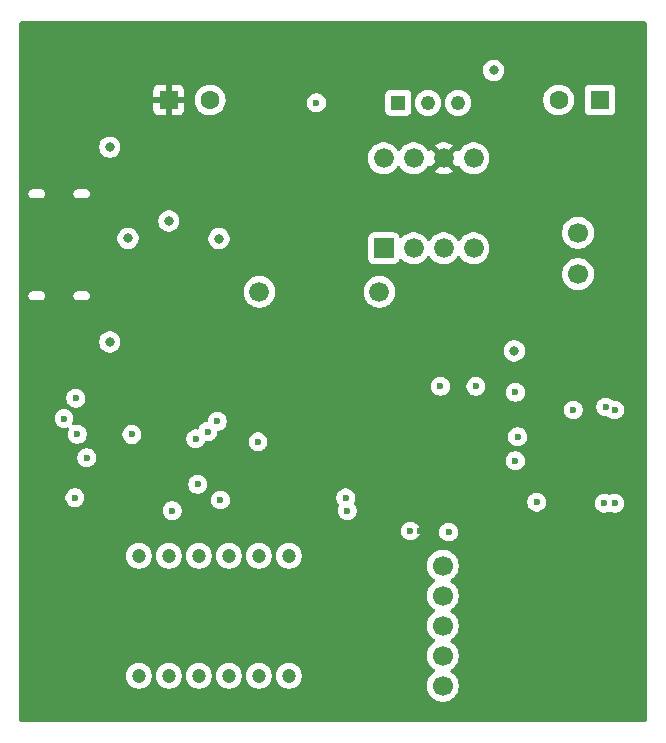
<source format=gbr>
G04 #@! TF.GenerationSoftware,KiCad,Pcbnew,9.0.4*
G04 #@! TF.CreationDate,2025-09-12T18:01:42+08:00*
G04 #@! TF.ProjectId,boost-convertor,626f6f73-742d-4636-9f6e-766572746f72,rev?*
G04 #@! TF.SameCoordinates,Original*
G04 #@! TF.FileFunction,Copper,L3,Inr*
G04 #@! TF.FilePolarity,Positive*
%FSLAX46Y46*%
G04 Gerber Fmt 4.6, Leading zero omitted, Abs format (unit mm)*
G04 Created by KiCad (PCBNEW 9.0.4) date 2025-09-12 18:01:42*
%MOMM*%
%LPD*%
G01*
G04 APERTURE LIST*
G04 #@! TA.AperFunction,ComponentPad*
%ADD10C,1.700000*%
G04 #@! TD*
G04 #@! TA.AperFunction,ComponentPad*
%ADD11C,1.200000*%
G04 #@! TD*
G04 #@! TA.AperFunction,ComponentPad*
%ADD12R,1.676400X1.676400*%
G04 #@! TD*
G04 #@! TA.AperFunction,ComponentPad*
%ADD13C,1.676400*%
G04 #@! TD*
G04 #@! TA.AperFunction,ComponentPad*
%ADD14R,1.600000X1.600000*%
G04 #@! TD*
G04 #@! TA.AperFunction,ComponentPad*
%ADD15C,1.600000*%
G04 #@! TD*
G04 #@! TA.AperFunction,ComponentPad*
%ADD16R,1.218000X1.218000*%
G04 #@! TD*
G04 #@! TA.AperFunction,ComponentPad*
%ADD17C,1.218000*%
G04 #@! TD*
G04 #@! TA.AperFunction,ViaPad*
%ADD18C,0.600000*%
G04 #@! TD*
G04 #@! TA.AperFunction,ViaPad*
%ADD19C,0.800000*%
G04 #@! TD*
G04 APERTURE END LIST*
D10*
X135900000Y-64500000D03*
X135900000Y-68000000D03*
D11*
X111400000Y-102000000D03*
X108860000Y-91840000D03*
X106320000Y-91840000D03*
X98700000Y-91840000D03*
X103780000Y-102000000D03*
X108860000Y-102000000D03*
X103780000Y-91840000D03*
X98700000Y-102000000D03*
X101240000Y-102000000D03*
X106320000Y-102000000D03*
X111400000Y-91840000D03*
X101240000Y-91840000D03*
D12*
X119440000Y-65810000D03*
D13*
X121980000Y-65810000D03*
X124520000Y-65810000D03*
X127060000Y-65810000D03*
X127060000Y-58190000D03*
X124520000Y-58190000D03*
X121980000Y-58190000D03*
X119440000Y-58190000D03*
D14*
X101250000Y-53250000D03*
D15*
X104750000Y-53250000D03*
D10*
X124450000Y-92695000D03*
X124450000Y-95235000D03*
X124450000Y-97775000D03*
X124450000Y-100315000D03*
X124450000Y-102855000D03*
D13*
X108920000Y-69500000D03*
X119080000Y-69500000D03*
D14*
X137750000Y-53250000D03*
D15*
X134250000Y-53250000D03*
D16*
X120670000Y-53500000D03*
D17*
X123210000Y-53500000D03*
X125750000Y-53500000D03*
D18*
X98125000Y-81575000D03*
X93500000Y-81550000D03*
X92375000Y-80225000D03*
X105625000Y-87125000D03*
X104550000Y-81325000D03*
X94300000Y-83550000D03*
X137500000Y-88250000D03*
D19*
X99250000Y-59000000D03*
X130250000Y-60750000D03*
X107750000Y-49250000D03*
D18*
X135400000Y-76750000D03*
X122535598Y-89764402D03*
X119800000Y-76000000D03*
D19*
X98000000Y-71500000D03*
D18*
X101650000Y-75400000D03*
D19*
X130500000Y-74500000D03*
D18*
X135500000Y-79500000D03*
D19*
X96250000Y-57250000D03*
X128750000Y-50750000D03*
D18*
X127250000Y-77500000D03*
D19*
X101250000Y-63500000D03*
D18*
X103525000Y-81950000D03*
X124935598Y-89835598D03*
X139000000Y-79500000D03*
X138250000Y-79250000D03*
X108800000Y-82200000D03*
X124250000Y-77500000D03*
D19*
X96250000Y-73750000D03*
D18*
X130775000Y-81775000D03*
X121710000Y-89750000D03*
X116370000Y-88030000D03*
D19*
X105500000Y-65000000D03*
X97800000Y-64975000D03*
D18*
X113750000Y-53500000D03*
X130600000Y-78000000D03*
X139000000Y-87400000D03*
X130600000Y-83800000D03*
X132400000Y-87300000D03*
X138100000Y-87400000D03*
X105350000Y-80450000D03*
X116225000Y-86950000D03*
X103700000Y-85800000D03*
X101540000Y-88030000D03*
X93370000Y-78500000D03*
X93300000Y-86925000D03*
G04 #@! TA.AperFunction,Conductor*
G36*
X141642539Y-46620185D02*
G01*
X141688294Y-46672989D01*
X141699500Y-46724500D01*
X141699500Y-105775500D01*
X141679815Y-105842539D01*
X141627011Y-105888294D01*
X141575500Y-105899500D01*
X88724500Y-105899500D01*
X88657461Y-105879815D01*
X88611706Y-105827011D01*
X88600500Y-105775500D01*
X88600500Y-101913389D01*
X97599500Y-101913389D01*
X97599500Y-102086611D01*
X97626598Y-102257701D01*
X97680127Y-102422445D01*
X97758768Y-102576788D01*
X97860586Y-102716928D01*
X97983072Y-102839414D01*
X98123212Y-102941232D01*
X98277555Y-103019873D01*
X98442299Y-103073402D01*
X98613389Y-103100500D01*
X98613390Y-103100500D01*
X98786610Y-103100500D01*
X98786611Y-103100500D01*
X98957701Y-103073402D01*
X99122445Y-103019873D01*
X99276788Y-102941232D01*
X99416928Y-102839414D01*
X99539414Y-102716928D01*
X99641232Y-102576788D01*
X99719873Y-102422445D01*
X99773402Y-102257701D01*
X99800500Y-102086611D01*
X99800500Y-101913389D01*
X100139500Y-101913389D01*
X100139500Y-102086611D01*
X100166598Y-102257701D01*
X100220127Y-102422445D01*
X100298768Y-102576788D01*
X100400586Y-102716928D01*
X100523072Y-102839414D01*
X100663212Y-102941232D01*
X100817555Y-103019873D01*
X100982299Y-103073402D01*
X101153389Y-103100500D01*
X101153390Y-103100500D01*
X101326610Y-103100500D01*
X101326611Y-103100500D01*
X101497701Y-103073402D01*
X101662445Y-103019873D01*
X101816788Y-102941232D01*
X101956928Y-102839414D01*
X102079414Y-102716928D01*
X102181232Y-102576788D01*
X102259873Y-102422445D01*
X102313402Y-102257701D01*
X102340500Y-102086611D01*
X102340500Y-101913389D01*
X102679500Y-101913389D01*
X102679500Y-102086611D01*
X102706598Y-102257701D01*
X102760127Y-102422445D01*
X102838768Y-102576788D01*
X102940586Y-102716928D01*
X103063072Y-102839414D01*
X103203212Y-102941232D01*
X103357555Y-103019873D01*
X103522299Y-103073402D01*
X103693389Y-103100500D01*
X103693390Y-103100500D01*
X103866610Y-103100500D01*
X103866611Y-103100500D01*
X104037701Y-103073402D01*
X104202445Y-103019873D01*
X104356788Y-102941232D01*
X104496928Y-102839414D01*
X104619414Y-102716928D01*
X104721232Y-102576788D01*
X104799873Y-102422445D01*
X104853402Y-102257701D01*
X104880500Y-102086611D01*
X104880500Y-101913389D01*
X105219500Y-101913389D01*
X105219500Y-102086611D01*
X105246598Y-102257701D01*
X105300127Y-102422445D01*
X105378768Y-102576788D01*
X105480586Y-102716928D01*
X105603072Y-102839414D01*
X105743212Y-102941232D01*
X105897555Y-103019873D01*
X106062299Y-103073402D01*
X106233389Y-103100500D01*
X106233390Y-103100500D01*
X106406610Y-103100500D01*
X106406611Y-103100500D01*
X106577701Y-103073402D01*
X106742445Y-103019873D01*
X106896788Y-102941232D01*
X107036928Y-102839414D01*
X107159414Y-102716928D01*
X107261232Y-102576788D01*
X107339873Y-102422445D01*
X107393402Y-102257701D01*
X107420500Y-102086611D01*
X107420500Y-101913389D01*
X107759500Y-101913389D01*
X107759500Y-102086611D01*
X107786598Y-102257701D01*
X107840127Y-102422445D01*
X107918768Y-102576788D01*
X108020586Y-102716928D01*
X108143072Y-102839414D01*
X108283212Y-102941232D01*
X108437555Y-103019873D01*
X108602299Y-103073402D01*
X108773389Y-103100500D01*
X108773390Y-103100500D01*
X108946610Y-103100500D01*
X108946611Y-103100500D01*
X109117701Y-103073402D01*
X109282445Y-103019873D01*
X109436788Y-102941232D01*
X109576928Y-102839414D01*
X109699414Y-102716928D01*
X109801232Y-102576788D01*
X109879873Y-102422445D01*
X109933402Y-102257701D01*
X109960500Y-102086611D01*
X109960500Y-101913389D01*
X110299500Y-101913389D01*
X110299500Y-102086611D01*
X110326598Y-102257701D01*
X110380127Y-102422445D01*
X110458768Y-102576788D01*
X110560586Y-102716928D01*
X110683072Y-102839414D01*
X110823212Y-102941232D01*
X110977555Y-103019873D01*
X111142299Y-103073402D01*
X111313389Y-103100500D01*
X111313390Y-103100500D01*
X111486610Y-103100500D01*
X111486611Y-103100500D01*
X111657701Y-103073402D01*
X111822445Y-103019873D01*
X111976788Y-102941232D01*
X112116928Y-102839414D01*
X112239414Y-102716928D01*
X112341232Y-102576788D01*
X112419873Y-102422445D01*
X112473402Y-102257701D01*
X112500500Y-102086611D01*
X112500500Y-101913389D01*
X112473402Y-101742299D01*
X112419873Y-101577555D01*
X112341232Y-101423212D01*
X112239414Y-101283072D01*
X112116928Y-101160586D01*
X111976788Y-101058768D01*
X111822445Y-100980127D01*
X111657701Y-100926598D01*
X111657699Y-100926597D01*
X111657698Y-100926597D01*
X111526271Y-100905781D01*
X111486611Y-100899500D01*
X111313389Y-100899500D01*
X111273728Y-100905781D01*
X111142302Y-100926597D01*
X110977552Y-100980128D01*
X110823211Y-101058768D01*
X110743256Y-101116859D01*
X110683072Y-101160586D01*
X110683070Y-101160588D01*
X110683069Y-101160588D01*
X110560588Y-101283069D01*
X110560588Y-101283070D01*
X110560586Y-101283072D01*
X110516859Y-101343256D01*
X110458768Y-101423211D01*
X110380128Y-101577552D01*
X110326597Y-101742302D01*
X110313517Y-101824890D01*
X110299500Y-101913389D01*
X109960500Y-101913389D01*
X109933402Y-101742299D01*
X109879873Y-101577555D01*
X109801232Y-101423212D01*
X109699414Y-101283072D01*
X109576928Y-101160586D01*
X109436788Y-101058768D01*
X109282445Y-100980127D01*
X109117701Y-100926598D01*
X109117699Y-100926597D01*
X109117698Y-100926597D01*
X108986271Y-100905781D01*
X108946611Y-100899500D01*
X108773389Y-100899500D01*
X108733728Y-100905781D01*
X108602302Y-100926597D01*
X108437552Y-100980128D01*
X108283211Y-101058768D01*
X108203256Y-101116859D01*
X108143072Y-101160586D01*
X108143070Y-101160588D01*
X108143069Y-101160588D01*
X108020588Y-101283069D01*
X108020588Y-101283070D01*
X108020586Y-101283072D01*
X107976859Y-101343256D01*
X107918768Y-101423211D01*
X107840128Y-101577552D01*
X107786597Y-101742302D01*
X107773517Y-101824890D01*
X107759500Y-101913389D01*
X107420500Y-101913389D01*
X107393402Y-101742299D01*
X107339873Y-101577555D01*
X107261232Y-101423212D01*
X107159414Y-101283072D01*
X107036928Y-101160586D01*
X106896788Y-101058768D01*
X106742445Y-100980127D01*
X106577701Y-100926598D01*
X106577699Y-100926597D01*
X106577698Y-100926597D01*
X106446271Y-100905781D01*
X106406611Y-100899500D01*
X106233389Y-100899500D01*
X106193728Y-100905781D01*
X106062302Y-100926597D01*
X105897552Y-100980128D01*
X105743211Y-101058768D01*
X105663256Y-101116859D01*
X105603072Y-101160586D01*
X105603070Y-101160588D01*
X105603069Y-101160588D01*
X105480588Y-101283069D01*
X105480588Y-101283070D01*
X105480586Y-101283072D01*
X105436859Y-101343256D01*
X105378768Y-101423211D01*
X105300128Y-101577552D01*
X105246597Y-101742302D01*
X105233517Y-101824890D01*
X105219500Y-101913389D01*
X104880500Y-101913389D01*
X104853402Y-101742299D01*
X104799873Y-101577555D01*
X104721232Y-101423212D01*
X104619414Y-101283072D01*
X104496928Y-101160586D01*
X104356788Y-101058768D01*
X104202445Y-100980127D01*
X104037701Y-100926598D01*
X104037699Y-100926597D01*
X104037698Y-100926597D01*
X103906271Y-100905781D01*
X103866611Y-100899500D01*
X103693389Y-100899500D01*
X103653728Y-100905781D01*
X103522302Y-100926597D01*
X103357552Y-100980128D01*
X103203211Y-101058768D01*
X103123256Y-101116859D01*
X103063072Y-101160586D01*
X103063070Y-101160588D01*
X103063069Y-101160588D01*
X102940588Y-101283069D01*
X102940588Y-101283070D01*
X102940586Y-101283072D01*
X102896859Y-101343256D01*
X102838768Y-101423211D01*
X102760128Y-101577552D01*
X102706597Y-101742302D01*
X102693517Y-101824890D01*
X102679500Y-101913389D01*
X102340500Y-101913389D01*
X102313402Y-101742299D01*
X102259873Y-101577555D01*
X102181232Y-101423212D01*
X102079414Y-101283072D01*
X101956928Y-101160586D01*
X101816788Y-101058768D01*
X101662445Y-100980127D01*
X101497701Y-100926598D01*
X101497699Y-100926597D01*
X101497698Y-100926597D01*
X101366271Y-100905781D01*
X101326611Y-100899500D01*
X101153389Y-100899500D01*
X101113728Y-100905781D01*
X100982302Y-100926597D01*
X100817552Y-100980128D01*
X100663211Y-101058768D01*
X100583256Y-101116859D01*
X100523072Y-101160586D01*
X100523070Y-101160588D01*
X100523069Y-101160588D01*
X100400588Y-101283069D01*
X100400588Y-101283070D01*
X100400586Y-101283072D01*
X100356859Y-101343256D01*
X100298768Y-101423211D01*
X100220128Y-101577552D01*
X100166597Y-101742302D01*
X100153517Y-101824890D01*
X100139500Y-101913389D01*
X99800500Y-101913389D01*
X99773402Y-101742299D01*
X99719873Y-101577555D01*
X99641232Y-101423212D01*
X99539414Y-101283072D01*
X99416928Y-101160586D01*
X99276788Y-101058768D01*
X99122445Y-100980127D01*
X98957701Y-100926598D01*
X98957699Y-100926597D01*
X98957698Y-100926597D01*
X98826271Y-100905781D01*
X98786611Y-100899500D01*
X98613389Y-100899500D01*
X98573728Y-100905781D01*
X98442302Y-100926597D01*
X98277552Y-100980128D01*
X98123211Y-101058768D01*
X98043256Y-101116859D01*
X97983072Y-101160586D01*
X97983070Y-101160588D01*
X97983069Y-101160588D01*
X97860588Y-101283069D01*
X97860588Y-101283070D01*
X97860586Y-101283072D01*
X97816859Y-101343256D01*
X97758768Y-101423211D01*
X97680128Y-101577552D01*
X97626597Y-101742302D01*
X97613517Y-101824890D01*
X97599500Y-101913389D01*
X88600500Y-101913389D01*
X88600500Y-91753389D01*
X97599500Y-91753389D01*
X97599500Y-91926611D01*
X97626598Y-92097701D01*
X97680127Y-92262445D01*
X97758768Y-92416788D01*
X97860586Y-92556928D01*
X97983072Y-92679414D01*
X98123212Y-92781232D01*
X98277555Y-92859873D01*
X98442299Y-92913402D01*
X98613389Y-92940500D01*
X98613390Y-92940500D01*
X98786610Y-92940500D01*
X98786611Y-92940500D01*
X98957701Y-92913402D01*
X99122445Y-92859873D01*
X99276788Y-92781232D01*
X99416928Y-92679414D01*
X99539414Y-92556928D01*
X99641232Y-92416788D01*
X99719873Y-92262445D01*
X99773402Y-92097701D01*
X99800500Y-91926611D01*
X99800500Y-91753389D01*
X100139500Y-91753389D01*
X100139500Y-91926611D01*
X100166598Y-92097701D01*
X100220127Y-92262445D01*
X100298768Y-92416788D01*
X100400586Y-92556928D01*
X100523072Y-92679414D01*
X100663212Y-92781232D01*
X100817555Y-92859873D01*
X100982299Y-92913402D01*
X101153389Y-92940500D01*
X101153390Y-92940500D01*
X101326610Y-92940500D01*
X101326611Y-92940500D01*
X101497701Y-92913402D01*
X101662445Y-92859873D01*
X101816788Y-92781232D01*
X101956928Y-92679414D01*
X102079414Y-92556928D01*
X102181232Y-92416788D01*
X102259873Y-92262445D01*
X102313402Y-92097701D01*
X102340500Y-91926611D01*
X102340500Y-91753389D01*
X102679500Y-91753389D01*
X102679500Y-91926611D01*
X102706598Y-92097701D01*
X102760127Y-92262445D01*
X102838768Y-92416788D01*
X102940586Y-92556928D01*
X103063072Y-92679414D01*
X103203212Y-92781232D01*
X103357555Y-92859873D01*
X103522299Y-92913402D01*
X103693389Y-92940500D01*
X103693390Y-92940500D01*
X103866610Y-92940500D01*
X103866611Y-92940500D01*
X104037701Y-92913402D01*
X104202445Y-92859873D01*
X104356788Y-92781232D01*
X104496928Y-92679414D01*
X104619414Y-92556928D01*
X104721232Y-92416788D01*
X104799873Y-92262445D01*
X104853402Y-92097701D01*
X104880500Y-91926611D01*
X104880500Y-91753389D01*
X105219500Y-91753389D01*
X105219500Y-91926611D01*
X105246598Y-92097701D01*
X105300127Y-92262445D01*
X105378768Y-92416788D01*
X105480586Y-92556928D01*
X105603072Y-92679414D01*
X105743212Y-92781232D01*
X105897555Y-92859873D01*
X106062299Y-92913402D01*
X106233389Y-92940500D01*
X106233390Y-92940500D01*
X106406610Y-92940500D01*
X106406611Y-92940500D01*
X106577701Y-92913402D01*
X106742445Y-92859873D01*
X106896788Y-92781232D01*
X107036928Y-92679414D01*
X107159414Y-92556928D01*
X107261232Y-92416788D01*
X107339873Y-92262445D01*
X107393402Y-92097701D01*
X107420500Y-91926611D01*
X107420500Y-91753389D01*
X107759500Y-91753389D01*
X107759500Y-91926611D01*
X107786598Y-92097701D01*
X107840127Y-92262445D01*
X107918768Y-92416788D01*
X108020586Y-92556928D01*
X108143072Y-92679414D01*
X108283212Y-92781232D01*
X108437555Y-92859873D01*
X108602299Y-92913402D01*
X108773389Y-92940500D01*
X108773390Y-92940500D01*
X108946610Y-92940500D01*
X108946611Y-92940500D01*
X109117701Y-92913402D01*
X109282445Y-92859873D01*
X109436788Y-92781232D01*
X109576928Y-92679414D01*
X109699414Y-92556928D01*
X109801232Y-92416788D01*
X109879873Y-92262445D01*
X109933402Y-92097701D01*
X109960500Y-91926611D01*
X109960500Y-91753389D01*
X110299500Y-91753389D01*
X110299500Y-91926611D01*
X110326598Y-92097701D01*
X110380127Y-92262445D01*
X110458768Y-92416788D01*
X110560586Y-92556928D01*
X110683072Y-92679414D01*
X110823212Y-92781232D01*
X110977555Y-92859873D01*
X111142299Y-92913402D01*
X111313389Y-92940500D01*
X111313390Y-92940500D01*
X111486610Y-92940500D01*
X111486611Y-92940500D01*
X111657701Y-92913402D01*
X111822445Y-92859873D01*
X111976788Y-92781232D01*
X112116928Y-92679414D01*
X112207629Y-92588713D01*
X123099500Y-92588713D01*
X123099500Y-92801286D01*
X123132753Y-93011239D01*
X123198444Y-93213414D01*
X123294951Y-93402820D01*
X123419890Y-93574786D01*
X123570213Y-93725109D01*
X123742182Y-93850050D01*
X123750946Y-93854516D01*
X123801742Y-93902491D01*
X123818536Y-93970312D01*
X123795998Y-94036447D01*
X123750946Y-94075484D01*
X123742182Y-94079949D01*
X123570213Y-94204890D01*
X123419890Y-94355213D01*
X123294951Y-94527179D01*
X123198444Y-94716585D01*
X123132753Y-94918760D01*
X123099500Y-95128713D01*
X123099500Y-95341286D01*
X123132753Y-95551239D01*
X123198444Y-95753414D01*
X123294951Y-95942820D01*
X123419890Y-96114786D01*
X123570213Y-96265109D01*
X123742182Y-96390050D01*
X123750946Y-96394516D01*
X123801742Y-96442491D01*
X123818536Y-96510312D01*
X123795998Y-96576447D01*
X123750946Y-96615484D01*
X123742182Y-96619949D01*
X123570213Y-96744890D01*
X123419890Y-96895213D01*
X123294951Y-97067179D01*
X123198444Y-97256585D01*
X123132753Y-97458760D01*
X123099500Y-97668713D01*
X123099500Y-97881286D01*
X123132753Y-98091239D01*
X123198444Y-98293414D01*
X123294951Y-98482820D01*
X123419890Y-98654786D01*
X123570213Y-98805109D01*
X123742182Y-98930050D01*
X123750946Y-98934516D01*
X123801742Y-98982491D01*
X123818536Y-99050312D01*
X123795998Y-99116447D01*
X123750946Y-99155484D01*
X123742182Y-99159949D01*
X123570213Y-99284890D01*
X123419890Y-99435213D01*
X123294951Y-99607179D01*
X123198444Y-99796585D01*
X123132753Y-99998760D01*
X123099500Y-100208713D01*
X123099500Y-100421286D01*
X123132753Y-100631239D01*
X123198444Y-100833414D01*
X123294951Y-101022820D01*
X123419890Y-101194786D01*
X123570213Y-101345109D01*
X123742182Y-101470050D01*
X123750946Y-101474516D01*
X123801742Y-101522491D01*
X123818536Y-101590312D01*
X123795998Y-101656447D01*
X123750946Y-101695484D01*
X123742182Y-101699949D01*
X123570213Y-101824890D01*
X123419890Y-101975213D01*
X123294951Y-102147179D01*
X123198444Y-102336585D01*
X123132753Y-102538760D01*
X123099500Y-102748713D01*
X123099500Y-102961286D01*
X123132753Y-103171239D01*
X123198444Y-103373414D01*
X123294951Y-103562820D01*
X123419890Y-103734786D01*
X123570213Y-103885109D01*
X123742179Y-104010048D01*
X123742181Y-104010049D01*
X123742184Y-104010051D01*
X123931588Y-104106557D01*
X124133757Y-104172246D01*
X124343713Y-104205500D01*
X124343714Y-104205500D01*
X124556286Y-104205500D01*
X124556287Y-104205500D01*
X124766243Y-104172246D01*
X124968412Y-104106557D01*
X125157816Y-104010051D01*
X125179789Y-103994086D01*
X125329786Y-103885109D01*
X125329788Y-103885106D01*
X125329792Y-103885104D01*
X125480104Y-103734792D01*
X125480106Y-103734788D01*
X125480109Y-103734786D01*
X125605048Y-103562820D01*
X125605047Y-103562820D01*
X125605051Y-103562816D01*
X125701557Y-103373412D01*
X125767246Y-103171243D01*
X125800500Y-102961287D01*
X125800500Y-102748713D01*
X125767246Y-102538757D01*
X125701557Y-102336588D01*
X125605051Y-102147184D01*
X125605049Y-102147181D01*
X125605048Y-102147179D01*
X125480109Y-101975213D01*
X125329786Y-101824890D01*
X125157820Y-101699951D01*
X125157115Y-101699591D01*
X125149054Y-101695485D01*
X125098259Y-101647512D01*
X125081463Y-101579692D01*
X125103999Y-101513556D01*
X125149054Y-101474515D01*
X125157816Y-101470051D01*
X125222286Y-101423211D01*
X125329786Y-101345109D01*
X125329788Y-101345106D01*
X125329792Y-101345104D01*
X125480104Y-101194792D01*
X125480106Y-101194788D01*
X125480109Y-101194786D01*
X125605048Y-101022820D01*
X125605047Y-101022820D01*
X125605051Y-101022816D01*
X125701557Y-100833412D01*
X125767246Y-100631243D01*
X125800500Y-100421287D01*
X125800500Y-100208713D01*
X125767246Y-99998757D01*
X125701557Y-99796588D01*
X125605051Y-99607184D01*
X125605049Y-99607181D01*
X125605048Y-99607179D01*
X125480109Y-99435213D01*
X125329786Y-99284890D01*
X125157820Y-99159951D01*
X125157115Y-99159591D01*
X125149054Y-99155485D01*
X125098259Y-99107512D01*
X125081463Y-99039692D01*
X125103999Y-98973556D01*
X125149054Y-98934515D01*
X125157816Y-98930051D01*
X125179789Y-98914086D01*
X125329786Y-98805109D01*
X125329788Y-98805106D01*
X125329792Y-98805104D01*
X125480104Y-98654792D01*
X125480106Y-98654788D01*
X125480109Y-98654786D01*
X125605048Y-98482820D01*
X125605047Y-98482820D01*
X125605051Y-98482816D01*
X125701557Y-98293412D01*
X125767246Y-98091243D01*
X125800500Y-97881287D01*
X125800500Y-97668713D01*
X125767246Y-97458757D01*
X125701557Y-97256588D01*
X125605051Y-97067184D01*
X125605049Y-97067181D01*
X125605048Y-97067179D01*
X125480109Y-96895213D01*
X125329786Y-96744890D01*
X125157820Y-96619951D01*
X125157115Y-96619591D01*
X125149054Y-96615485D01*
X125098259Y-96567512D01*
X125081463Y-96499692D01*
X125103999Y-96433556D01*
X125149054Y-96394515D01*
X125157816Y-96390051D01*
X125179789Y-96374086D01*
X125329786Y-96265109D01*
X125329788Y-96265106D01*
X125329792Y-96265104D01*
X125480104Y-96114792D01*
X125480106Y-96114788D01*
X125480109Y-96114786D01*
X125605048Y-95942820D01*
X125605047Y-95942820D01*
X125605051Y-95942816D01*
X125701557Y-95753412D01*
X125767246Y-95551243D01*
X125800500Y-95341287D01*
X125800500Y-95128713D01*
X125767246Y-94918757D01*
X125701557Y-94716588D01*
X125605051Y-94527184D01*
X125605049Y-94527181D01*
X125605048Y-94527179D01*
X125480109Y-94355213D01*
X125329786Y-94204890D01*
X125157820Y-94079951D01*
X125157115Y-94079591D01*
X125149054Y-94075485D01*
X125098259Y-94027512D01*
X125081463Y-93959692D01*
X125103999Y-93893556D01*
X125149054Y-93854515D01*
X125157816Y-93850051D01*
X125179789Y-93834086D01*
X125329786Y-93725109D01*
X125329788Y-93725106D01*
X125329792Y-93725104D01*
X125480104Y-93574792D01*
X125480106Y-93574788D01*
X125480109Y-93574786D01*
X125605048Y-93402820D01*
X125605047Y-93402820D01*
X125605051Y-93402816D01*
X125701557Y-93213412D01*
X125767246Y-93011243D01*
X125800500Y-92801287D01*
X125800500Y-92588713D01*
X125767246Y-92378757D01*
X125701557Y-92176588D01*
X125605051Y-91987184D01*
X125605049Y-91987181D01*
X125605048Y-91987179D01*
X125480109Y-91815213D01*
X125329786Y-91664890D01*
X125157820Y-91539951D01*
X124968414Y-91443444D01*
X124968413Y-91443443D01*
X124968412Y-91443443D01*
X124766243Y-91377754D01*
X124766241Y-91377753D01*
X124766240Y-91377753D01*
X124604957Y-91352208D01*
X124556287Y-91344500D01*
X124343713Y-91344500D01*
X124295042Y-91352208D01*
X124133760Y-91377753D01*
X123931585Y-91443444D01*
X123742179Y-91539951D01*
X123570213Y-91664890D01*
X123419890Y-91815213D01*
X123294951Y-91987179D01*
X123198444Y-92176585D01*
X123132753Y-92378760D01*
X123099500Y-92588713D01*
X112207629Y-92588713D01*
X112239414Y-92556928D01*
X112341232Y-92416788D01*
X112419873Y-92262445D01*
X112473402Y-92097701D01*
X112500500Y-91926611D01*
X112500500Y-91753389D01*
X112473402Y-91582299D01*
X112419873Y-91417555D01*
X112341232Y-91263212D01*
X112239414Y-91123072D01*
X112116928Y-91000586D01*
X111976788Y-90898768D01*
X111822445Y-90820127D01*
X111657701Y-90766598D01*
X111657699Y-90766597D01*
X111657698Y-90766597D01*
X111526271Y-90745781D01*
X111486611Y-90739500D01*
X111313389Y-90739500D01*
X111273728Y-90745781D01*
X111142302Y-90766597D01*
X110977552Y-90820128D01*
X110823211Y-90898768D01*
X110743256Y-90956859D01*
X110683072Y-91000586D01*
X110683070Y-91000588D01*
X110683069Y-91000588D01*
X110560588Y-91123069D01*
X110560588Y-91123070D01*
X110560586Y-91123072D01*
X110516859Y-91183256D01*
X110458768Y-91263211D01*
X110380128Y-91417552D01*
X110326597Y-91582302D01*
X110313517Y-91664890D01*
X110299500Y-91753389D01*
X109960500Y-91753389D01*
X109933402Y-91582299D01*
X109879873Y-91417555D01*
X109801232Y-91263212D01*
X109699414Y-91123072D01*
X109576928Y-91000586D01*
X109436788Y-90898768D01*
X109282445Y-90820127D01*
X109117701Y-90766598D01*
X109117699Y-90766597D01*
X109117698Y-90766597D01*
X108986271Y-90745781D01*
X108946611Y-90739500D01*
X108773389Y-90739500D01*
X108733728Y-90745781D01*
X108602302Y-90766597D01*
X108437552Y-90820128D01*
X108283211Y-90898768D01*
X108203256Y-90956859D01*
X108143072Y-91000586D01*
X108143070Y-91000588D01*
X108143069Y-91000588D01*
X108020588Y-91123069D01*
X108020588Y-91123070D01*
X108020586Y-91123072D01*
X107976859Y-91183256D01*
X107918768Y-91263211D01*
X107840128Y-91417552D01*
X107786597Y-91582302D01*
X107773517Y-91664890D01*
X107759500Y-91753389D01*
X107420500Y-91753389D01*
X107393402Y-91582299D01*
X107339873Y-91417555D01*
X107261232Y-91263212D01*
X107159414Y-91123072D01*
X107036928Y-91000586D01*
X106896788Y-90898768D01*
X106742445Y-90820127D01*
X106577701Y-90766598D01*
X106577699Y-90766597D01*
X106577698Y-90766597D01*
X106446271Y-90745781D01*
X106406611Y-90739500D01*
X106233389Y-90739500D01*
X106193728Y-90745781D01*
X106062302Y-90766597D01*
X105897552Y-90820128D01*
X105743211Y-90898768D01*
X105663256Y-90956859D01*
X105603072Y-91000586D01*
X105603070Y-91000588D01*
X105603069Y-91000588D01*
X105480588Y-91123069D01*
X105480588Y-91123070D01*
X105480586Y-91123072D01*
X105436859Y-91183256D01*
X105378768Y-91263211D01*
X105300128Y-91417552D01*
X105246597Y-91582302D01*
X105233517Y-91664890D01*
X105219500Y-91753389D01*
X104880500Y-91753389D01*
X104853402Y-91582299D01*
X104799873Y-91417555D01*
X104721232Y-91263212D01*
X104619414Y-91123072D01*
X104496928Y-91000586D01*
X104356788Y-90898768D01*
X104202445Y-90820127D01*
X104037701Y-90766598D01*
X104037699Y-90766597D01*
X104037698Y-90766597D01*
X103906271Y-90745781D01*
X103866611Y-90739500D01*
X103693389Y-90739500D01*
X103653728Y-90745781D01*
X103522302Y-90766597D01*
X103357552Y-90820128D01*
X103203211Y-90898768D01*
X103123256Y-90956859D01*
X103063072Y-91000586D01*
X103063070Y-91000588D01*
X103063069Y-91000588D01*
X102940588Y-91123069D01*
X102940588Y-91123070D01*
X102940586Y-91123072D01*
X102896859Y-91183256D01*
X102838768Y-91263211D01*
X102760128Y-91417552D01*
X102706597Y-91582302D01*
X102693517Y-91664890D01*
X102679500Y-91753389D01*
X102340500Y-91753389D01*
X102313402Y-91582299D01*
X102259873Y-91417555D01*
X102181232Y-91263212D01*
X102079414Y-91123072D01*
X101956928Y-91000586D01*
X101816788Y-90898768D01*
X101662445Y-90820127D01*
X101497701Y-90766598D01*
X101497699Y-90766597D01*
X101497698Y-90766597D01*
X101366271Y-90745781D01*
X101326611Y-90739500D01*
X101153389Y-90739500D01*
X101113728Y-90745781D01*
X100982302Y-90766597D01*
X100817552Y-90820128D01*
X100663211Y-90898768D01*
X100583256Y-90956859D01*
X100523072Y-91000586D01*
X100523070Y-91000588D01*
X100523069Y-91000588D01*
X100400588Y-91123069D01*
X100400588Y-91123070D01*
X100400586Y-91123072D01*
X100356859Y-91183256D01*
X100298768Y-91263211D01*
X100220128Y-91417552D01*
X100166597Y-91582302D01*
X100153517Y-91664890D01*
X100139500Y-91753389D01*
X99800500Y-91753389D01*
X99773402Y-91582299D01*
X99719873Y-91417555D01*
X99641232Y-91263212D01*
X99539414Y-91123072D01*
X99416928Y-91000586D01*
X99276788Y-90898768D01*
X99122445Y-90820127D01*
X98957701Y-90766598D01*
X98957699Y-90766597D01*
X98957698Y-90766597D01*
X98826271Y-90745781D01*
X98786611Y-90739500D01*
X98613389Y-90739500D01*
X98573728Y-90745781D01*
X98442302Y-90766597D01*
X98277552Y-90820128D01*
X98123211Y-90898768D01*
X98043256Y-90956859D01*
X97983072Y-91000586D01*
X97983070Y-91000588D01*
X97983069Y-91000588D01*
X97860588Y-91123069D01*
X97860588Y-91123070D01*
X97860586Y-91123072D01*
X97816859Y-91183256D01*
X97758768Y-91263211D01*
X97680128Y-91417552D01*
X97626597Y-91582302D01*
X97613517Y-91664890D01*
X97599500Y-91753389D01*
X88600500Y-91753389D01*
X88600500Y-89671153D01*
X120909500Y-89671153D01*
X120909500Y-89828846D01*
X120940261Y-89983489D01*
X120940264Y-89983501D01*
X121000602Y-90129172D01*
X121000609Y-90129185D01*
X121088210Y-90260288D01*
X121088213Y-90260292D01*
X121199707Y-90371786D01*
X121199711Y-90371789D01*
X121330814Y-90459390D01*
X121330827Y-90459397D01*
X121476498Y-90519735D01*
X121476503Y-90519737D01*
X121603468Y-90544992D01*
X121631153Y-90550499D01*
X121631156Y-90550500D01*
X121631158Y-90550500D01*
X121788844Y-90550500D01*
X121788845Y-90550499D01*
X121943497Y-90519737D01*
X122089179Y-90459394D01*
X122220289Y-90371789D01*
X122331789Y-90260289D01*
X122419394Y-90129179D01*
X122479737Y-89983497D01*
X122510500Y-89828842D01*
X122510500Y-89756751D01*
X124135098Y-89756751D01*
X124135098Y-89914444D01*
X124165859Y-90069087D01*
X124165862Y-90069099D01*
X124226200Y-90214770D01*
X124226207Y-90214783D01*
X124313808Y-90345886D01*
X124313811Y-90345890D01*
X124425305Y-90457384D01*
X124425309Y-90457387D01*
X124556412Y-90544988D01*
X124556425Y-90544995D01*
X124702096Y-90605333D01*
X124702101Y-90605335D01*
X124856751Y-90636097D01*
X124856754Y-90636098D01*
X124856756Y-90636098D01*
X125014442Y-90636098D01*
X125014443Y-90636097D01*
X125169095Y-90605335D01*
X125281764Y-90558665D01*
X125314770Y-90544995D01*
X125314770Y-90544994D01*
X125314777Y-90544992D01*
X125445887Y-90457387D01*
X125557387Y-90345887D01*
X125644992Y-90214777D01*
X125705335Y-90069095D01*
X125736098Y-89914440D01*
X125736098Y-89756756D01*
X125736098Y-89756753D01*
X125736097Y-89756751D01*
X125705336Y-89602108D01*
X125705335Y-89602101D01*
X125705333Y-89602096D01*
X125644995Y-89456425D01*
X125644988Y-89456412D01*
X125557387Y-89325309D01*
X125557384Y-89325305D01*
X125445890Y-89213811D01*
X125445886Y-89213808D01*
X125314783Y-89126207D01*
X125314770Y-89126200D01*
X125169099Y-89065862D01*
X125169087Y-89065859D01*
X125014443Y-89035098D01*
X125014440Y-89035098D01*
X124856756Y-89035098D01*
X124856753Y-89035098D01*
X124702108Y-89065859D01*
X124702096Y-89065862D01*
X124556425Y-89126200D01*
X124556412Y-89126207D01*
X124425309Y-89213808D01*
X124425305Y-89213811D01*
X124313811Y-89325305D01*
X124313808Y-89325309D01*
X124226207Y-89456412D01*
X124226200Y-89456425D01*
X124165862Y-89602096D01*
X124165859Y-89602108D01*
X124135098Y-89756751D01*
X122510500Y-89756751D01*
X122510500Y-89671158D01*
X122510500Y-89671155D01*
X122510499Y-89671153D01*
X122496765Y-89602108D01*
X122479737Y-89516503D01*
X122454847Y-89456412D01*
X122419397Y-89370827D01*
X122419390Y-89370814D01*
X122331789Y-89239711D01*
X122331786Y-89239707D01*
X122220292Y-89128213D01*
X122220288Y-89128210D01*
X122089185Y-89040609D01*
X122089172Y-89040602D01*
X121943501Y-88980264D01*
X121943489Y-88980261D01*
X121788845Y-88949500D01*
X121788842Y-88949500D01*
X121631158Y-88949500D01*
X121631155Y-88949500D01*
X121476510Y-88980261D01*
X121476498Y-88980264D01*
X121330827Y-89040602D01*
X121330814Y-89040609D01*
X121199711Y-89128210D01*
X121199707Y-89128213D01*
X121088213Y-89239707D01*
X121088210Y-89239711D01*
X121000609Y-89370814D01*
X121000602Y-89370827D01*
X120940264Y-89516498D01*
X120940261Y-89516510D01*
X120909500Y-89671153D01*
X88600500Y-89671153D01*
X88600500Y-87951153D01*
X100739500Y-87951153D01*
X100739500Y-88108846D01*
X100770261Y-88263489D01*
X100770264Y-88263501D01*
X100830602Y-88409172D01*
X100830609Y-88409185D01*
X100918210Y-88540288D01*
X100918213Y-88540292D01*
X101029707Y-88651786D01*
X101029711Y-88651789D01*
X101160814Y-88739390D01*
X101160827Y-88739397D01*
X101306498Y-88799735D01*
X101306503Y-88799737D01*
X101461153Y-88830499D01*
X101461156Y-88830500D01*
X101461158Y-88830500D01*
X101618844Y-88830500D01*
X101618845Y-88830499D01*
X101773497Y-88799737D01*
X101919179Y-88739394D01*
X102050289Y-88651789D01*
X102161789Y-88540289D01*
X102249394Y-88409179D01*
X102309737Y-88263497D01*
X102340500Y-88108842D01*
X102340500Y-87951158D01*
X102340500Y-87951155D01*
X102340499Y-87951153D01*
X102334658Y-87921789D01*
X102309737Y-87796503D01*
X102280327Y-87725500D01*
X102249397Y-87650827D01*
X102249390Y-87650814D01*
X102161789Y-87519711D01*
X102161786Y-87519707D01*
X102050292Y-87408213D01*
X102050288Y-87408210D01*
X101919185Y-87320609D01*
X101919172Y-87320602D01*
X101773501Y-87260264D01*
X101773489Y-87260261D01*
X101618845Y-87229500D01*
X101618842Y-87229500D01*
X101461158Y-87229500D01*
X101461155Y-87229500D01*
X101306510Y-87260261D01*
X101306498Y-87260264D01*
X101160827Y-87320602D01*
X101160814Y-87320609D01*
X101029711Y-87408210D01*
X101029707Y-87408213D01*
X100918213Y-87519707D01*
X100918210Y-87519711D01*
X100830609Y-87650814D01*
X100830602Y-87650827D01*
X100770264Y-87796498D01*
X100770261Y-87796510D01*
X100739500Y-87951153D01*
X88600500Y-87951153D01*
X88600500Y-86846153D01*
X92499500Y-86846153D01*
X92499500Y-87003846D01*
X92530261Y-87158489D01*
X92530264Y-87158501D01*
X92590602Y-87304172D01*
X92590609Y-87304185D01*
X92678210Y-87435288D01*
X92678213Y-87435292D01*
X92789707Y-87546786D01*
X92789711Y-87546789D01*
X92920814Y-87634390D01*
X92920827Y-87634397D01*
X93066498Y-87694735D01*
X93066503Y-87694737D01*
X93221153Y-87725499D01*
X93221156Y-87725500D01*
X93221158Y-87725500D01*
X93378844Y-87725500D01*
X93378845Y-87725499D01*
X93533497Y-87694737D01*
X93646166Y-87648067D01*
X93679172Y-87634397D01*
X93679172Y-87634396D01*
X93679179Y-87634394D01*
X93810289Y-87546789D01*
X93921789Y-87435289D01*
X94009394Y-87304179D01*
X94069737Y-87158497D01*
X94084715Y-87083194D01*
X94092084Y-87046153D01*
X104824500Y-87046153D01*
X104824500Y-87203846D01*
X104855261Y-87358489D01*
X104855264Y-87358501D01*
X104915602Y-87504172D01*
X104915609Y-87504185D01*
X105003210Y-87635288D01*
X105003213Y-87635292D01*
X105114707Y-87746786D01*
X105114711Y-87746789D01*
X105245814Y-87834390D01*
X105245827Y-87834397D01*
X105391498Y-87894735D01*
X105391503Y-87894737D01*
X105527487Y-87921786D01*
X105546153Y-87925499D01*
X105546156Y-87925500D01*
X105546158Y-87925500D01*
X105703844Y-87925500D01*
X105703845Y-87925499D01*
X105858497Y-87894737D01*
X106004179Y-87834394D01*
X106135289Y-87746789D01*
X106246789Y-87635289D01*
X106334394Y-87504179D01*
X106394737Y-87358497D01*
X106425500Y-87203842D01*
X106425500Y-87046158D01*
X106425500Y-87046155D01*
X106425499Y-87046153D01*
X106394739Y-86891512D01*
X106394738Y-86891509D01*
X106394737Y-86891503D01*
X106386308Y-86871153D01*
X115424500Y-86871153D01*
X115424500Y-87028846D01*
X115455261Y-87183489D01*
X115455264Y-87183501D01*
X115515602Y-87329172D01*
X115515609Y-87329185D01*
X115603210Y-87460288D01*
X115603213Y-87460292D01*
X115641974Y-87499053D01*
X115675459Y-87560376D01*
X115670475Y-87630068D01*
X115662812Y-87645090D01*
X115663479Y-87645447D01*
X115660602Y-87650828D01*
X115600264Y-87796498D01*
X115600261Y-87796510D01*
X115569500Y-87951153D01*
X115569500Y-88108846D01*
X115600261Y-88263489D01*
X115600264Y-88263501D01*
X115660602Y-88409172D01*
X115660609Y-88409185D01*
X115748210Y-88540288D01*
X115748213Y-88540292D01*
X115859707Y-88651786D01*
X115859711Y-88651789D01*
X115990814Y-88739390D01*
X115990827Y-88739397D01*
X116136498Y-88799735D01*
X116136503Y-88799737D01*
X116291153Y-88830499D01*
X116291156Y-88830500D01*
X116291158Y-88830500D01*
X116448844Y-88830500D01*
X116448845Y-88830499D01*
X116603497Y-88799737D01*
X116749179Y-88739394D01*
X116880289Y-88651789D01*
X116991789Y-88540289D01*
X117079394Y-88409179D01*
X117139737Y-88263497D01*
X117170500Y-88108842D01*
X117170500Y-87951158D01*
X117170500Y-87951155D01*
X117170499Y-87951153D01*
X117164658Y-87921789D01*
X117139737Y-87796503D01*
X117110327Y-87725500D01*
X117079397Y-87650827D01*
X117079390Y-87650814D01*
X116991789Y-87519711D01*
X116991786Y-87519707D01*
X116953025Y-87480946D01*
X116919540Y-87419623D01*
X116924524Y-87349931D01*
X116926195Y-87345691D01*
X116930853Y-87334476D01*
X116934394Y-87329179D01*
X116979139Y-87221153D01*
X131599500Y-87221153D01*
X131599500Y-87378846D01*
X131630261Y-87533489D01*
X131630264Y-87533501D01*
X131690602Y-87679172D01*
X131690609Y-87679185D01*
X131778210Y-87810288D01*
X131778213Y-87810292D01*
X131889707Y-87921786D01*
X131889711Y-87921789D01*
X132020814Y-88009390D01*
X132020827Y-88009397D01*
X132147998Y-88062072D01*
X132166503Y-88069737D01*
X132254426Y-88087226D01*
X132321153Y-88100499D01*
X132321156Y-88100500D01*
X132321158Y-88100500D01*
X132478844Y-88100500D01*
X132478845Y-88100499D01*
X132633497Y-88069737D01*
X132779179Y-88009394D01*
X132910289Y-87921789D01*
X133021789Y-87810289D01*
X133109394Y-87679179D01*
X133169737Y-87533497D01*
X133200500Y-87378842D01*
X133200500Y-87321153D01*
X137299500Y-87321153D01*
X137299500Y-87478846D01*
X137330261Y-87633489D01*
X137330264Y-87633501D01*
X137390602Y-87779172D01*
X137390609Y-87779185D01*
X137478210Y-87910288D01*
X137478213Y-87910292D01*
X137589707Y-88021786D01*
X137589711Y-88021789D01*
X137720814Y-88109390D01*
X137720827Y-88109397D01*
X137866498Y-88169735D01*
X137866503Y-88169737D01*
X138021153Y-88200499D01*
X138021156Y-88200500D01*
X138021158Y-88200500D01*
X138178844Y-88200500D01*
X138178845Y-88200499D01*
X138333497Y-88169737D01*
X138479179Y-88109394D01*
X138481110Y-88108103D01*
X138482276Y-88107737D01*
X138484546Y-88106525D01*
X138484776Y-88106955D01*
X138547786Y-88087226D01*
X138615166Y-88105710D01*
X138618850Y-88108077D01*
X138620821Y-88109394D01*
X138620824Y-88109395D01*
X138620827Y-88109397D01*
X138766498Y-88169735D01*
X138766503Y-88169737D01*
X138921153Y-88200499D01*
X138921156Y-88200500D01*
X138921158Y-88200500D01*
X139078844Y-88200500D01*
X139078845Y-88200499D01*
X139233497Y-88169737D01*
X139379179Y-88109394D01*
X139510289Y-88021789D01*
X139621789Y-87910289D01*
X139709394Y-87779179D01*
X139769737Y-87633497D01*
X139800500Y-87478842D01*
X139800500Y-87321158D01*
X139800500Y-87321155D01*
X139800499Y-87321153D01*
X139782268Y-87229500D01*
X139769737Y-87166503D01*
X139769735Y-87166498D01*
X139709397Y-87020827D01*
X139709390Y-87020814D01*
X139621789Y-86889711D01*
X139621786Y-86889707D01*
X139510292Y-86778213D01*
X139510288Y-86778210D01*
X139379185Y-86690609D01*
X139379172Y-86690602D01*
X139233501Y-86630264D01*
X139233489Y-86630261D01*
X139078845Y-86599500D01*
X139078842Y-86599500D01*
X138921158Y-86599500D01*
X138921155Y-86599500D01*
X138766510Y-86630261D01*
X138766498Y-86630264D01*
X138620822Y-86690604D01*
X138620820Y-86690605D01*
X138618885Y-86691899D01*
X138617717Y-86692264D01*
X138615451Y-86693476D01*
X138615221Y-86693045D01*
X138552206Y-86712773D01*
X138484827Y-86694285D01*
X138481115Y-86691899D01*
X138479179Y-86690605D01*
X138479177Y-86690604D01*
X138333501Y-86630264D01*
X138333489Y-86630261D01*
X138178845Y-86599500D01*
X138178842Y-86599500D01*
X138021158Y-86599500D01*
X138021155Y-86599500D01*
X137866510Y-86630261D01*
X137866498Y-86630264D01*
X137720827Y-86690602D01*
X137720814Y-86690609D01*
X137589711Y-86778210D01*
X137589707Y-86778213D01*
X137478213Y-86889707D01*
X137478210Y-86889711D01*
X137390609Y-87020814D01*
X137390602Y-87020827D01*
X137330264Y-87166498D01*
X137330261Y-87166510D01*
X137299500Y-87321153D01*
X133200500Y-87321153D01*
X133200500Y-87221158D01*
X133200500Y-87221155D01*
X133200499Y-87221153D01*
X133197056Y-87203842D01*
X133169737Y-87066503D01*
X133154138Y-87028844D01*
X133109397Y-86920827D01*
X133109390Y-86920814D01*
X133021789Y-86789711D01*
X133021786Y-86789707D01*
X132910292Y-86678213D01*
X132910288Y-86678210D01*
X132779185Y-86590609D01*
X132779172Y-86590602D01*
X132633501Y-86530264D01*
X132633489Y-86530261D01*
X132478845Y-86499500D01*
X132478842Y-86499500D01*
X132321158Y-86499500D01*
X132321155Y-86499500D01*
X132166510Y-86530261D01*
X132166498Y-86530264D01*
X132020827Y-86590602D01*
X132020814Y-86590609D01*
X131889711Y-86678210D01*
X131889707Y-86678213D01*
X131778213Y-86789707D01*
X131778210Y-86789711D01*
X131690609Y-86920814D01*
X131690602Y-86920827D01*
X131630264Y-87066498D01*
X131630261Y-87066510D01*
X131599500Y-87221153D01*
X116979139Y-87221153D01*
X116994737Y-87183497D01*
X116998118Y-87166503D01*
X117018010Y-87066498D01*
X117025500Y-87028842D01*
X117025500Y-86871158D01*
X117025500Y-86871155D01*
X117025499Y-86871153D01*
X117020527Y-86846158D01*
X116994737Y-86716503D01*
X116985199Y-86693476D01*
X116934397Y-86570827D01*
X116934390Y-86570814D01*
X116846789Y-86439711D01*
X116846786Y-86439707D01*
X116735292Y-86328213D01*
X116735288Y-86328210D01*
X116604185Y-86240609D01*
X116604172Y-86240602D01*
X116458501Y-86180264D01*
X116458489Y-86180261D01*
X116303845Y-86149500D01*
X116303842Y-86149500D01*
X116146158Y-86149500D01*
X116146155Y-86149500D01*
X115991510Y-86180261D01*
X115991498Y-86180264D01*
X115845827Y-86240602D01*
X115845814Y-86240609D01*
X115714711Y-86328210D01*
X115714707Y-86328213D01*
X115603213Y-86439707D01*
X115603210Y-86439711D01*
X115515609Y-86570814D01*
X115515602Y-86570827D01*
X115455264Y-86716498D01*
X115455261Y-86716510D01*
X115424500Y-86871153D01*
X106386308Y-86871153D01*
X106375955Y-86846158D01*
X106334397Y-86745827D01*
X106334390Y-86745814D01*
X106246789Y-86614711D01*
X106246786Y-86614707D01*
X106135292Y-86503213D01*
X106135288Y-86503210D01*
X106004185Y-86415609D01*
X106004172Y-86415602D01*
X105858501Y-86355264D01*
X105858489Y-86355261D01*
X105703845Y-86324500D01*
X105703842Y-86324500D01*
X105546158Y-86324500D01*
X105546155Y-86324500D01*
X105391510Y-86355261D01*
X105391498Y-86355264D01*
X105245827Y-86415602D01*
X105245814Y-86415609D01*
X105114711Y-86503210D01*
X105114707Y-86503213D01*
X105003213Y-86614707D01*
X105003210Y-86614711D01*
X104915609Y-86745814D01*
X104915602Y-86745827D01*
X104855264Y-86891498D01*
X104855261Y-86891510D01*
X104824500Y-87046153D01*
X94092084Y-87046153D01*
X94098107Y-87015875D01*
X94098107Y-87015874D01*
X94100500Y-87003844D01*
X94100500Y-86846155D01*
X94100499Y-86846153D01*
X94080543Y-86745827D01*
X94069737Y-86691503D01*
X94069367Y-86690609D01*
X94009397Y-86545827D01*
X94009390Y-86545814D01*
X93921789Y-86414711D01*
X93921786Y-86414707D01*
X93810292Y-86303213D01*
X93810288Y-86303210D01*
X93679185Y-86215609D01*
X93679172Y-86215602D01*
X93533501Y-86155264D01*
X93533489Y-86155261D01*
X93378845Y-86124500D01*
X93378842Y-86124500D01*
X93221158Y-86124500D01*
X93221155Y-86124500D01*
X93066510Y-86155261D01*
X93066498Y-86155264D01*
X92920827Y-86215602D01*
X92920814Y-86215609D01*
X92789711Y-86303210D01*
X92789707Y-86303213D01*
X92678213Y-86414707D01*
X92678210Y-86414711D01*
X92590609Y-86545814D01*
X92590602Y-86545827D01*
X92530264Y-86691498D01*
X92530261Y-86691510D01*
X92499500Y-86846153D01*
X88600500Y-86846153D01*
X88600500Y-85721153D01*
X102899500Y-85721153D01*
X102899500Y-85878846D01*
X102930261Y-86033489D01*
X102930264Y-86033501D01*
X102990602Y-86179172D01*
X102990609Y-86179185D01*
X103078210Y-86310288D01*
X103078213Y-86310292D01*
X103189707Y-86421786D01*
X103189711Y-86421789D01*
X103320814Y-86509390D01*
X103320827Y-86509397D01*
X103466498Y-86569735D01*
X103466503Y-86569737D01*
X103616131Y-86599500D01*
X103621153Y-86600499D01*
X103621156Y-86600500D01*
X103621158Y-86600500D01*
X103778844Y-86600500D01*
X103778845Y-86600499D01*
X103933497Y-86569737D01*
X104079179Y-86509394D01*
X104210289Y-86421789D01*
X104321789Y-86310289D01*
X104409394Y-86179179D01*
X104469737Y-86033497D01*
X104500500Y-85878842D01*
X104500500Y-85721158D01*
X104500500Y-85721155D01*
X104500499Y-85721153D01*
X104469738Y-85566510D01*
X104469737Y-85566503D01*
X104469735Y-85566498D01*
X104409397Y-85420827D01*
X104409390Y-85420814D01*
X104321789Y-85289711D01*
X104321786Y-85289707D01*
X104210292Y-85178213D01*
X104210288Y-85178210D01*
X104079185Y-85090609D01*
X104079172Y-85090602D01*
X103933501Y-85030264D01*
X103933489Y-85030261D01*
X103778845Y-84999500D01*
X103778842Y-84999500D01*
X103621158Y-84999500D01*
X103621155Y-84999500D01*
X103466510Y-85030261D01*
X103466498Y-85030264D01*
X103320827Y-85090602D01*
X103320814Y-85090609D01*
X103189711Y-85178210D01*
X103189707Y-85178213D01*
X103078213Y-85289707D01*
X103078210Y-85289711D01*
X102990609Y-85420814D01*
X102990602Y-85420827D01*
X102930264Y-85566498D01*
X102930261Y-85566510D01*
X102899500Y-85721153D01*
X88600500Y-85721153D01*
X88600500Y-83471153D01*
X93499500Y-83471153D01*
X93499500Y-83628846D01*
X93530261Y-83783489D01*
X93530264Y-83783501D01*
X93590602Y-83929172D01*
X93590609Y-83929185D01*
X93678210Y-84060288D01*
X93678213Y-84060292D01*
X93789707Y-84171786D01*
X93789711Y-84171789D01*
X93920814Y-84259390D01*
X93920827Y-84259397D01*
X94066498Y-84319735D01*
X94066503Y-84319737D01*
X94221153Y-84350499D01*
X94221156Y-84350500D01*
X94221158Y-84350500D01*
X94378844Y-84350500D01*
X94378845Y-84350499D01*
X94533497Y-84319737D01*
X94679179Y-84259394D01*
X94810289Y-84171789D01*
X94921789Y-84060289D01*
X95009394Y-83929179D01*
X95069737Y-83783497D01*
X95082138Y-83721153D01*
X129799500Y-83721153D01*
X129799500Y-83878846D01*
X129830261Y-84033489D01*
X129830264Y-84033501D01*
X129890602Y-84179172D01*
X129890609Y-84179185D01*
X129978210Y-84310288D01*
X129978213Y-84310292D01*
X130089707Y-84421786D01*
X130089711Y-84421789D01*
X130220814Y-84509390D01*
X130220827Y-84509397D01*
X130366498Y-84569735D01*
X130366503Y-84569737D01*
X130521153Y-84600499D01*
X130521156Y-84600500D01*
X130521158Y-84600500D01*
X130678844Y-84600500D01*
X130678845Y-84600499D01*
X130833497Y-84569737D01*
X130979179Y-84509394D01*
X131110289Y-84421789D01*
X131221789Y-84310289D01*
X131309394Y-84179179D01*
X131369737Y-84033497D01*
X131400500Y-83878842D01*
X131400500Y-83721158D01*
X131400500Y-83721155D01*
X131400499Y-83721153D01*
X131369738Y-83566510D01*
X131369737Y-83566503D01*
X131330242Y-83471153D01*
X131309397Y-83420827D01*
X131309390Y-83420814D01*
X131221789Y-83289711D01*
X131221786Y-83289707D01*
X131110292Y-83178213D01*
X131110288Y-83178210D01*
X130979185Y-83090609D01*
X130979172Y-83090602D01*
X130833501Y-83030264D01*
X130833489Y-83030261D01*
X130678845Y-82999500D01*
X130678842Y-82999500D01*
X130521158Y-82999500D01*
X130521155Y-82999500D01*
X130366510Y-83030261D01*
X130366498Y-83030264D01*
X130220827Y-83090602D01*
X130220814Y-83090609D01*
X130089711Y-83178210D01*
X130089707Y-83178213D01*
X129978213Y-83289707D01*
X129978210Y-83289711D01*
X129890609Y-83420814D01*
X129890602Y-83420827D01*
X129830264Y-83566498D01*
X129830261Y-83566510D01*
X129799500Y-83721153D01*
X95082138Y-83721153D01*
X95088161Y-83690874D01*
X95100500Y-83628844D01*
X95100500Y-83471155D01*
X95100499Y-83471153D01*
X95069738Y-83316510D01*
X95069737Y-83316503D01*
X95069735Y-83316498D01*
X95009397Y-83170827D01*
X95009390Y-83170814D01*
X94921789Y-83039711D01*
X94921786Y-83039707D01*
X94810292Y-82928213D01*
X94810288Y-82928210D01*
X94679185Y-82840609D01*
X94679172Y-82840602D01*
X94533501Y-82780264D01*
X94533489Y-82780261D01*
X94378845Y-82749500D01*
X94378842Y-82749500D01*
X94221158Y-82749500D01*
X94221155Y-82749500D01*
X94066510Y-82780261D01*
X94066498Y-82780264D01*
X93920827Y-82840602D01*
X93920814Y-82840609D01*
X93789711Y-82928210D01*
X93789707Y-82928213D01*
X93678213Y-83039707D01*
X93678210Y-83039711D01*
X93590609Y-83170814D01*
X93590602Y-83170827D01*
X93530264Y-83316498D01*
X93530261Y-83316510D01*
X93499500Y-83471153D01*
X88600500Y-83471153D01*
X88600500Y-80146153D01*
X91574500Y-80146153D01*
X91574500Y-80303846D01*
X91605261Y-80458489D01*
X91605264Y-80458501D01*
X91665602Y-80604172D01*
X91665609Y-80604185D01*
X91753210Y-80735288D01*
X91753213Y-80735292D01*
X91864707Y-80846786D01*
X91864711Y-80846789D01*
X91995814Y-80934390D01*
X91995827Y-80934397D01*
X92086649Y-80972016D01*
X92141503Y-80994737D01*
X92296153Y-81025499D01*
X92296156Y-81025500D01*
X92296158Y-81025500D01*
X92453844Y-81025500D01*
X92453845Y-81025499D01*
X92608497Y-80994737D01*
X92645319Y-80979484D01*
X92714787Y-80972016D01*
X92777267Y-81003291D01*
X92812919Y-81063380D01*
X92810425Y-81133205D01*
X92795874Y-81162935D01*
X92790611Y-81170811D01*
X92790602Y-81170827D01*
X92730264Y-81316498D01*
X92730261Y-81316510D01*
X92699500Y-81471153D01*
X92699500Y-81628846D01*
X92730261Y-81783489D01*
X92730264Y-81783501D01*
X92790602Y-81929172D01*
X92790609Y-81929185D01*
X92878210Y-82060288D01*
X92878213Y-82060292D01*
X92989707Y-82171786D01*
X92989711Y-82171789D01*
X93120814Y-82259390D01*
X93120827Y-82259397D01*
X93266498Y-82319735D01*
X93266503Y-82319737D01*
X93392176Y-82344735D01*
X93421153Y-82350499D01*
X93421156Y-82350500D01*
X93421158Y-82350500D01*
X93578844Y-82350500D01*
X93578845Y-82350499D01*
X93733497Y-82319737D01*
X93879179Y-82259394D01*
X94010289Y-82171789D01*
X94121789Y-82060289D01*
X94209394Y-81929179D01*
X94269737Y-81783497D01*
X94300500Y-81628842D01*
X94300500Y-81496153D01*
X97324500Y-81496153D01*
X97324500Y-81653846D01*
X97355261Y-81808489D01*
X97355264Y-81808501D01*
X97415602Y-81954172D01*
X97415609Y-81954185D01*
X97503210Y-82085288D01*
X97503213Y-82085292D01*
X97614707Y-82196786D01*
X97614711Y-82196789D01*
X97745814Y-82284390D01*
X97745827Y-82284397D01*
X97891498Y-82344735D01*
X97891503Y-82344737D01*
X98046153Y-82375499D01*
X98046156Y-82375500D01*
X98046158Y-82375500D01*
X98203844Y-82375500D01*
X98203845Y-82375499D01*
X98358497Y-82344737D01*
X98504179Y-82284394D01*
X98635289Y-82196789D01*
X98746789Y-82085289D01*
X98834394Y-81954179D01*
X98868784Y-81871153D01*
X102724500Y-81871153D01*
X102724500Y-82028846D01*
X102755261Y-82183489D01*
X102755264Y-82183501D01*
X102815602Y-82329172D01*
X102815609Y-82329185D01*
X102903210Y-82460288D01*
X102903213Y-82460292D01*
X103014707Y-82571786D01*
X103014711Y-82571789D01*
X103145814Y-82659390D01*
X103145827Y-82659397D01*
X103291498Y-82719735D01*
X103291503Y-82719737D01*
X103441131Y-82749500D01*
X103446153Y-82750499D01*
X103446156Y-82750500D01*
X103446158Y-82750500D01*
X103603844Y-82750500D01*
X103603845Y-82750499D01*
X103758497Y-82719737D01*
X103904179Y-82659394D01*
X104035289Y-82571789D01*
X104146789Y-82460289D01*
X104234394Y-82329179D01*
X104291418Y-82191508D01*
X104335256Y-82137109D01*
X104401550Y-82115043D01*
X104430169Y-82117347D01*
X104471155Y-82125500D01*
X104471158Y-82125500D01*
X104628844Y-82125500D01*
X104628845Y-82125499D01*
X104650694Y-82121153D01*
X107999500Y-82121153D01*
X107999500Y-82278846D01*
X108030261Y-82433489D01*
X108030264Y-82433501D01*
X108090602Y-82579172D01*
X108090609Y-82579185D01*
X108178210Y-82710288D01*
X108178213Y-82710292D01*
X108289707Y-82821786D01*
X108289711Y-82821789D01*
X108420814Y-82909390D01*
X108420827Y-82909397D01*
X108466254Y-82928213D01*
X108566503Y-82969737D01*
X108716131Y-82999500D01*
X108721153Y-83000499D01*
X108721156Y-83000500D01*
X108721158Y-83000500D01*
X108878844Y-83000500D01*
X108878845Y-83000499D01*
X109033497Y-82969737D01*
X109179179Y-82909394D01*
X109310289Y-82821789D01*
X109421789Y-82710289D01*
X109509394Y-82579179D01*
X109569737Y-82433497D01*
X109600500Y-82278842D01*
X109600500Y-82121158D01*
X109600500Y-82121155D01*
X109600499Y-82121153D01*
X109595245Y-82094738D01*
X109569737Y-81966503D01*
X109561570Y-81946786D01*
X109509397Y-81820827D01*
X109509390Y-81820814D01*
X109468058Y-81758957D01*
X109426093Y-81696153D01*
X129974500Y-81696153D01*
X129974500Y-81853846D01*
X130005261Y-82008489D01*
X130005264Y-82008501D01*
X130065602Y-82154172D01*
X130065609Y-82154185D01*
X130153210Y-82285288D01*
X130153213Y-82285292D01*
X130264707Y-82396786D01*
X130264711Y-82396789D01*
X130395814Y-82484390D01*
X130395827Y-82484397D01*
X130541498Y-82544735D01*
X130541503Y-82544737D01*
X130677487Y-82571786D01*
X130696153Y-82575499D01*
X130696156Y-82575500D01*
X130696158Y-82575500D01*
X130853844Y-82575500D01*
X130853845Y-82575499D01*
X131008497Y-82544737D01*
X131154179Y-82484394D01*
X131285289Y-82396789D01*
X131396789Y-82285289D01*
X131484394Y-82154179D01*
X131544737Y-82008497D01*
X131575500Y-81853842D01*
X131575500Y-81696158D01*
X131575500Y-81696155D01*
X131575499Y-81696153D01*
X131574217Y-81689707D01*
X131544737Y-81541503D01*
X131525955Y-81496158D01*
X131484397Y-81395827D01*
X131484390Y-81395814D01*
X131396789Y-81264711D01*
X131396786Y-81264707D01*
X131285292Y-81153213D01*
X131285288Y-81153210D01*
X131154185Y-81065609D01*
X131154172Y-81065602D01*
X131008501Y-81005264D01*
X131008489Y-81005261D01*
X130853845Y-80974500D01*
X130853842Y-80974500D01*
X130696158Y-80974500D01*
X130696155Y-80974500D01*
X130541510Y-81005261D01*
X130541498Y-81005264D01*
X130395827Y-81065602D01*
X130395814Y-81065609D01*
X130264711Y-81153210D01*
X130264707Y-81153213D01*
X130153213Y-81264707D01*
X130153210Y-81264711D01*
X130065609Y-81395814D01*
X130065602Y-81395827D01*
X130005264Y-81541498D01*
X130005261Y-81541510D01*
X129974500Y-81696153D01*
X109426093Y-81696153D01*
X109421789Y-81689711D01*
X109421786Y-81689707D01*
X109310292Y-81578213D01*
X109310287Y-81578209D01*
X109179185Y-81490609D01*
X109179172Y-81490602D01*
X109033501Y-81430264D01*
X109033489Y-81430261D01*
X108878845Y-81399500D01*
X108878842Y-81399500D01*
X108721158Y-81399500D01*
X108721155Y-81399500D01*
X108566510Y-81430261D01*
X108566498Y-81430264D01*
X108420827Y-81490602D01*
X108420814Y-81490609D01*
X108289713Y-81578209D01*
X108289707Y-81578213D01*
X108178213Y-81689707D01*
X108178210Y-81689711D01*
X108090609Y-81820814D01*
X108090602Y-81820827D01*
X108030264Y-81966498D01*
X108030261Y-81966510D01*
X107999500Y-82121153D01*
X104650694Y-82121153D01*
X104783497Y-82094737D01*
X104929179Y-82034394D01*
X104937488Y-82028842D01*
X104962749Y-82011964D01*
X105030792Y-81966498D01*
X105060289Y-81946789D01*
X105171789Y-81835289D01*
X105259394Y-81704179D01*
X105262719Y-81696153D01*
X105290598Y-81628846D01*
X105319737Y-81558497D01*
X105350500Y-81403842D01*
X105350500Y-81367847D01*
X105370185Y-81300808D01*
X105422989Y-81255053D01*
X105450309Y-81246230D01*
X105478602Y-81240602D01*
X105583497Y-81219737D01*
X105701592Y-81170821D01*
X105729172Y-81159397D01*
X105729172Y-81159396D01*
X105729179Y-81159394D01*
X105860289Y-81071789D01*
X105971789Y-80960289D01*
X106059394Y-80829179D01*
X106065389Y-80814707D01*
X106079655Y-80780264D01*
X106119737Y-80683497D01*
X106150500Y-80528842D01*
X106150500Y-80371158D01*
X106150500Y-80371155D01*
X106150499Y-80371153D01*
X106130326Y-80269737D01*
X106119737Y-80216503D01*
X106116791Y-80209390D01*
X106059397Y-80070827D01*
X106059390Y-80070814D01*
X105971789Y-79939711D01*
X105971786Y-79939707D01*
X105860292Y-79828213D01*
X105860288Y-79828210D01*
X105729185Y-79740609D01*
X105729172Y-79740602D01*
X105583501Y-79680264D01*
X105583489Y-79680261D01*
X105428845Y-79649500D01*
X105428842Y-79649500D01*
X105271158Y-79649500D01*
X105271155Y-79649500D01*
X105116510Y-79680261D01*
X105116498Y-79680264D01*
X104970827Y-79740602D01*
X104970814Y-79740609D01*
X104839711Y-79828210D01*
X104839707Y-79828213D01*
X104728213Y-79939707D01*
X104728210Y-79939711D01*
X104640609Y-80070814D01*
X104640602Y-80070827D01*
X104580264Y-80216498D01*
X104580261Y-80216510D01*
X104549500Y-80371153D01*
X104549500Y-80407152D01*
X104529815Y-80474191D01*
X104477011Y-80519946D01*
X104449692Y-80528769D01*
X104316508Y-80555261D01*
X104316498Y-80555264D01*
X104170827Y-80615602D01*
X104170814Y-80615609D01*
X104039711Y-80703210D01*
X104039707Y-80703213D01*
X103928213Y-80814707D01*
X103928210Y-80814711D01*
X103840609Y-80945814D01*
X103840604Y-80945824D01*
X103783582Y-81083488D01*
X103739741Y-81137891D01*
X103673447Y-81159956D01*
X103644831Y-81157653D01*
X103603842Y-81149500D01*
X103446158Y-81149500D01*
X103446155Y-81149500D01*
X103291510Y-81180261D01*
X103291498Y-81180264D01*
X103145827Y-81240602D01*
X103145814Y-81240609D01*
X103014711Y-81328210D01*
X103014707Y-81328213D01*
X102903213Y-81439707D01*
X102903210Y-81439711D01*
X102815609Y-81570814D01*
X102815602Y-81570827D01*
X102755264Y-81716498D01*
X102755261Y-81716510D01*
X102724500Y-81871153D01*
X98868784Y-81871153D01*
X98883638Y-81835292D01*
X98890958Y-81817621D01*
X98890958Y-81817619D01*
X98894737Y-81808497D01*
X98925500Y-81653842D01*
X98925500Y-81496158D01*
X98925500Y-81496155D01*
X98925499Y-81496153D01*
X98920527Y-81471158D01*
X98894737Y-81341503D01*
X98862929Y-81264711D01*
X98834397Y-81195827D01*
X98834390Y-81195814D01*
X98746789Y-81064711D01*
X98746786Y-81064707D01*
X98635292Y-80953213D01*
X98635288Y-80953210D01*
X98504185Y-80865609D01*
X98504172Y-80865602D01*
X98358501Y-80805264D01*
X98358489Y-80805261D01*
X98203845Y-80774500D01*
X98203842Y-80774500D01*
X98046158Y-80774500D01*
X98046155Y-80774500D01*
X97891510Y-80805261D01*
X97891498Y-80805264D01*
X97745827Y-80865602D01*
X97745814Y-80865609D01*
X97614711Y-80953210D01*
X97614707Y-80953213D01*
X97503213Y-81064707D01*
X97503210Y-81064711D01*
X97415609Y-81195814D01*
X97415602Y-81195827D01*
X97355264Y-81341498D01*
X97355261Y-81341510D01*
X97324500Y-81496153D01*
X94300500Y-81496153D01*
X94300500Y-81471158D01*
X94300500Y-81471155D01*
X94300499Y-81471153D01*
X94286246Y-81399500D01*
X94269737Y-81316503D01*
X94219752Y-81195827D01*
X94209397Y-81170827D01*
X94209390Y-81170814D01*
X94121789Y-81039711D01*
X94121786Y-81039707D01*
X94010292Y-80928213D01*
X94010288Y-80928210D01*
X93879185Y-80840609D01*
X93879172Y-80840602D01*
X93733501Y-80780264D01*
X93733489Y-80780261D01*
X93578845Y-80749500D01*
X93578842Y-80749500D01*
X93421158Y-80749500D01*
X93421155Y-80749500D01*
X93266510Y-80780261D01*
X93266498Y-80780264D01*
X93229678Y-80795515D01*
X93160208Y-80802982D01*
X93097730Y-80771706D01*
X93062079Y-80711616D01*
X93064575Y-80641791D01*
X93079128Y-80612060D01*
X93084394Y-80604179D01*
X93144737Y-80458497D01*
X93175500Y-80303842D01*
X93175500Y-80146158D01*
X93175500Y-80146155D01*
X93175499Y-80146153D01*
X93170652Y-80121786D01*
X93144737Y-79991503D01*
X93144735Y-79991498D01*
X93084397Y-79845827D01*
X93084390Y-79845814D01*
X92996789Y-79714711D01*
X92996786Y-79714707D01*
X92885292Y-79603213D01*
X92885288Y-79603210D01*
X92754185Y-79515609D01*
X92754172Y-79515602D01*
X92608501Y-79455264D01*
X92608489Y-79455261D01*
X92453845Y-79424500D01*
X92453842Y-79424500D01*
X92296158Y-79424500D01*
X92296155Y-79424500D01*
X92141510Y-79455261D01*
X92141498Y-79455264D01*
X91995827Y-79515602D01*
X91995814Y-79515609D01*
X91864711Y-79603210D01*
X91864707Y-79603213D01*
X91753213Y-79714707D01*
X91753210Y-79714711D01*
X91665609Y-79845814D01*
X91665602Y-79845827D01*
X91605264Y-79991498D01*
X91605261Y-79991510D01*
X91574500Y-80146153D01*
X88600500Y-80146153D01*
X88600500Y-79421153D01*
X134699500Y-79421153D01*
X134699500Y-79578846D01*
X134730261Y-79733489D01*
X134730264Y-79733501D01*
X134790602Y-79879172D01*
X134790609Y-79879185D01*
X134878210Y-80010288D01*
X134878213Y-80010292D01*
X134989707Y-80121786D01*
X134989711Y-80121789D01*
X135120814Y-80209390D01*
X135120827Y-80209397D01*
X135266498Y-80269735D01*
X135266503Y-80269737D01*
X135421153Y-80300499D01*
X135421156Y-80300500D01*
X135421158Y-80300500D01*
X135578844Y-80300500D01*
X135578845Y-80300499D01*
X135733497Y-80269737D01*
X135879179Y-80209394D01*
X136010289Y-80121789D01*
X136121789Y-80010289D01*
X136209394Y-79879179D01*
X136269737Y-79733497D01*
X136300500Y-79578842D01*
X136300500Y-79421158D01*
X136300500Y-79421155D01*
X136300499Y-79421153D01*
X136269738Y-79266510D01*
X136269737Y-79266503D01*
X136230242Y-79171153D01*
X137449500Y-79171153D01*
X137449500Y-79328846D01*
X137480261Y-79483489D01*
X137480264Y-79483501D01*
X137540602Y-79629172D01*
X137540609Y-79629185D01*
X137628210Y-79760288D01*
X137628213Y-79760292D01*
X137739707Y-79871786D01*
X137739711Y-79871789D01*
X137870814Y-79959390D01*
X137870827Y-79959397D01*
X138016498Y-80019735D01*
X138016503Y-80019737D01*
X138161450Y-80048569D01*
X138171153Y-80050499D01*
X138171156Y-80050500D01*
X138171158Y-80050500D01*
X138328842Y-80050500D01*
X138338548Y-80048569D01*
X138408138Y-80054792D01*
X138450427Y-80082505D01*
X138489707Y-80121786D01*
X138489711Y-80121789D01*
X138620814Y-80209390D01*
X138620827Y-80209397D01*
X138766498Y-80269735D01*
X138766503Y-80269737D01*
X138921153Y-80300499D01*
X138921156Y-80300500D01*
X138921158Y-80300500D01*
X139078844Y-80300500D01*
X139078845Y-80300499D01*
X139233497Y-80269737D01*
X139379179Y-80209394D01*
X139510289Y-80121789D01*
X139621789Y-80010289D01*
X139709394Y-79879179D01*
X139769737Y-79733497D01*
X139800500Y-79578842D01*
X139800500Y-79421158D01*
X139800500Y-79421155D01*
X139800499Y-79421153D01*
X139769738Y-79266510D01*
X139769737Y-79266503D01*
X139769735Y-79266498D01*
X139709397Y-79120827D01*
X139709390Y-79120814D01*
X139621789Y-78989711D01*
X139621786Y-78989707D01*
X139510292Y-78878213D01*
X139510288Y-78878210D01*
X139379185Y-78790609D01*
X139379172Y-78790602D01*
X139233501Y-78730264D01*
X139233489Y-78730261D01*
X139078845Y-78699500D01*
X139078842Y-78699500D01*
X138921158Y-78699500D01*
X138921154Y-78699500D01*
X138911441Y-78701432D01*
X138841850Y-78695202D01*
X138799572Y-78667494D01*
X138760292Y-78628213D01*
X138760288Y-78628210D01*
X138629185Y-78540609D01*
X138629172Y-78540602D01*
X138483501Y-78480264D01*
X138483489Y-78480261D01*
X138328845Y-78449500D01*
X138328842Y-78449500D01*
X138171158Y-78449500D01*
X138171155Y-78449500D01*
X138016510Y-78480261D01*
X138016498Y-78480264D01*
X137870827Y-78540602D01*
X137870814Y-78540609D01*
X137739711Y-78628210D01*
X137739707Y-78628213D01*
X137628213Y-78739707D01*
X137628210Y-78739711D01*
X137540609Y-78870814D01*
X137540602Y-78870827D01*
X137480264Y-79016498D01*
X137480261Y-79016510D01*
X137449500Y-79171153D01*
X136230242Y-79171153D01*
X136209794Y-79121786D01*
X136209397Y-79120827D01*
X136209390Y-79120814D01*
X136121789Y-78989711D01*
X136121786Y-78989707D01*
X136010292Y-78878213D01*
X136010288Y-78878210D01*
X135879185Y-78790609D01*
X135879172Y-78790602D01*
X135733501Y-78730264D01*
X135733489Y-78730261D01*
X135578845Y-78699500D01*
X135578842Y-78699500D01*
X135421158Y-78699500D01*
X135421155Y-78699500D01*
X135266510Y-78730261D01*
X135266498Y-78730264D01*
X135120827Y-78790602D01*
X135120814Y-78790609D01*
X134989711Y-78878210D01*
X134989707Y-78878213D01*
X134878213Y-78989707D01*
X134878210Y-78989711D01*
X134790609Y-79120814D01*
X134790602Y-79120827D01*
X134730264Y-79266498D01*
X134730261Y-79266510D01*
X134699500Y-79421153D01*
X88600500Y-79421153D01*
X88600500Y-78421153D01*
X92569500Y-78421153D01*
X92569500Y-78578846D01*
X92600261Y-78733489D01*
X92600264Y-78733501D01*
X92660602Y-78879172D01*
X92660609Y-78879185D01*
X92748210Y-79010288D01*
X92748213Y-79010292D01*
X92859707Y-79121786D01*
X92859711Y-79121789D01*
X92990814Y-79209390D01*
X92990827Y-79209397D01*
X93128683Y-79266498D01*
X93136503Y-79269737D01*
X93291153Y-79300499D01*
X93291156Y-79300500D01*
X93291158Y-79300500D01*
X93448844Y-79300500D01*
X93448845Y-79300499D01*
X93459179Y-79298443D01*
X93484287Y-79293450D01*
X93484292Y-79293449D01*
X93569800Y-79276439D01*
X93603497Y-79269737D01*
X93741635Y-79212519D01*
X93749172Y-79209397D01*
X93749172Y-79209396D01*
X93749179Y-79209394D01*
X93880289Y-79121789D01*
X93991789Y-79010289D01*
X94079394Y-78879179D01*
X94082854Y-78870827D01*
X94111984Y-78800499D01*
X94139737Y-78733497D01*
X94170500Y-78578842D01*
X94170500Y-78421158D01*
X94170500Y-78421155D01*
X94170499Y-78421153D01*
X94139738Y-78266510D01*
X94139737Y-78266503D01*
X94079794Y-78121786D01*
X94079397Y-78120827D01*
X94079390Y-78120814D01*
X93991789Y-77989711D01*
X93991786Y-77989707D01*
X93880292Y-77878213D01*
X93880288Y-77878210D01*
X93749185Y-77790609D01*
X93749172Y-77790602D01*
X93603501Y-77730264D01*
X93603489Y-77730261D01*
X93448845Y-77699500D01*
X93448842Y-77699500D01*
X93291158Y-77699500D01*
X93291155Y-77699500D01*
X93136510Y-77730261D01*
X93136498Y-77730264D01*
X92990827Y-77790602D01*
X92990814Y-77790609D01*
X92859711Y-77878210D01*
X92859707Y-77878213D01*
X92748213Y-77989707D01*
X92748210Y-77989711D01*
X92660609Y-78120814D01*
X92660602Y-78120827D01*
X92600264Y-78266498D01*
X92600261Y-78266510D01*
X92569500Y-78421153D01*
X88600500Y-78421153D01*
X88600500Y-77421153D01*
X123449500Y-77421153D01*
X123449500Y-77578846D01*
X123480261Y-77733489D01*
X123480264Y-77733501D01*
X123540602Y-77879172D01*
X123540609Y-77879185D01*
X123628210Y-78010288D01*
X123628213Y-78010292D01*
X123739707Y-78121786D01*
X123739711Y-78121789D01*
X123870814Y-78209390D01*
X123870827Y-78209397D01*
X124008683Y-78266498D01*
X124016503Y-78269737D01*
X124171153Y-78300499D01*
X124171156Y-78300500D01*
X124171158Y-78300500D01*
X124328844Y-78300500D01*
X124328845Y-78300499D01*
X124483497Y-78269737D01*
X124629179Y-78209394D01*
X124760289Y-78121789D01*
X124871789Y-78010289D01*
X124959394Y-77879179D01*
X125019737Y-77733497D01*
X125050500Y-77578842D01*
X125050500Y-77421158D01*
X125050500Y-77421155D01*
X125050499Y-77421153D01*
X126449500Y-77421153D01*
X126449500Y-77578846D01*
X126480261Y-77733489D01*
X126480264Y-77733501D01*
X126540602Y-77879172D01*
X126540609Y-77879185D01*
X126628210Y-78010288D01*
X126628213Y-78010292D01*
X126739707Y-78121786D01*
X126739711Y-78121789D01*
X126870814Y-78209390D01*
X126870827Y-78209397D01*
X127008683Y-78266498D01*
X127016503Y-78269737D01*
X127171153Y-78300499D01*
X127171156Y-78300500D01*
X127171158Y-78300500D01*
X127328844Y-78300500D01*
X127328845Y-78300499D01*
X127483497Y-78269737D01*
X127629179Y-78209394D01*
X127760289Y-78121789D01*
X127871789Y-78010289D01*
X127931348Y-77921153D01*
X129799500Y-77921153D01*
X129799500Y-78078846D01*
X129830261Y-78233489D01*
X129830264Y-78233501D01*
X129890602Y-78379172D01*
X129890609Y-78379185D01*
X129978210Y-78510288D01*
X129978213Y-78510292D01*
X130089707Y-78621786D01*
X130089711Y-78621789D01*
X130220814Y-78709390D01*
X130220827Y-78709397D01*
X130294013Y-78739711D01*
X130366503Y-78769737D01*
X130521153Y-78800499D01*
X130521156Y-78800500D01*
X130521158Y-78800500D01*
X130678844Y-78800500D01*
X130678845Y-78800499D01*
X130833497Y-78769737D01*
X130979179Y-78709394D01*
X131110289Y-78621789D01*
X131221789Y-78510289D01*
X131309394Y-78379179D01*
X131369737Y-78233497D01*
X131400500Y-78078842D01*
X131400500Y-77921158D01*
X131400500Y-77921155D01*
X131400499Y-77921153D01*
X131374531Y-77790606D01*
X131369737Y-77766503D01*
X131356062Y-77733489D01*
X131309397Y-77620827D01*
X131309390Y-77620814D01*
X131221789Y-77489711D01*
X131221786Y-77489707D01*
X131110292Y-77378213D01*
X131110288Y-77378210D01*
X130979185Y-77290609D01*
X130979172Y-77290602D01*
X130833501Y-77230264D01*
X130833489Y-77230261D01*
X130678845Y-77199500D01*
X130678842Y-77199500D01*
X130521158Y-77199500D01*
X130521155Y-77199500D01*
X130366510Y-77230261D01*
X130366498Y-77230264D01*
X130220827Y-77290602D01*
X130220814Y-77290609D01*
X130089711Y-77378210D01*
X130089707Y-77378213D01*
X129978213Y-77489707D01*
X129978210Y-77489711D01*
X129890609Y-77620814D01*
X129890602Y-77620827D01*
X129830264Y-77766498D01*
X129830261Y-77766510D01*
X129799500Y-77921153D01*
X127931348Y-77921153D01*
X127959394Y-77879179D01*
X128019737Y-77733497D01*
X128050500Y-77578842D01*
X128050500Y-77421158D01*
X128050500Y-77421155D01*
X128050499Y-77421153D01*
X128024531Y-77290606D01*
X128019737Y-77266503D01*
X128019735Y-77266498D01*
X127959397Y-77120827D01*
X127959390Y-77120814D01*
X127871789Y-76989711D01*
X127871786Y-76989707D01*
X127760292Y-76878213D01*
X127760288Y-76878210D01*
X127629185Y-76790609D01*
X127629172Y-76790602D01*
X127483501Y-76730264D01*
X127483489Y-76730261D01*
X127328845Y-76699500D01*
X127328842Y-76699500D01*
X127171158Y-76699500D01*
X127171155Y-76699500D01*
X127016510Y-76730261D01*
X127016498Y-76730264D01*
X126870827Y-76790602D01*
X126870814Y-76790609D01*
X126739711Y-76878210D01*
X126739707Y-76878213D01*
X126628213Y-76989707D01*
X126628210Y-76989711D01*
X126540609Y-77120814D01*
X126540602Y-77120827D01*
X126480264Y-77266498D01*
X126480261Y-77266510D01*
X126449500Y-77421153D01*
X125050499Y-77421153D01*
X125024531Y-77290606D01*
X125019737Y-77266503D01*
X125019735Y-77266498D01*
X124959397Y-77120827D01*
X124959390Y-77120814D01*
X124871789Y-76989711D01*
X124871786Y-76989707D01*
X124760292Y-76878213D01*
X124760288Y-76878210D01*
X124629185Y-76790609D01*
X124629172Y-76790602D01*
X124483501Y-76730264D01*
X124483489Y-76730261D01*
X124328845Y-76699500D01*
X124328842Y-76699500D01*
X124171158Y-76699500D01*
X124171155Y-76699500D01*
X124016510Y-76730261D01*
X124016498Y-76730264D01*
X123870827Y-76790602D01*
X123870814Y-76790609D01*
X123739711Y-76878210D01*
X123739707Y-76878213D01*
X123628213Y-76989707D01*
X123628210Y-76989711D01*
X123540609Y-77120814D01*
X123540602Y-77120827D01*
X123480264Y-77266498D01*
X123480261Y-77266510D01*
X123449500Y-77421153D01*
X88600500Y-77421153D01*
X88600500Y-73661304D01*
X95349500Y-73661304D01*
X95349500Y-73838695D01*
X95384103Y-74012658D01*
X95384106Y-74012667D01*
X95451983Y-74176540D01*
X95451990Y-74176553D01*
X95550535Y-74324034D01*
X95550538Y-74324038D01*
X95675961Y-74449461D01*
X95675965Y-74449464D01*
X95823446Y-74548009D01*
X95823459Y-74548016D01*
X95921659Y-74588691D01*
X95987334Y-74615894D01*
X95987336Y-74615894D01*
X95987341Y-74615896D01*
X96161304Y-74650499D01*
X96161307Y-74650500D01*
X96161309Y-74650500D01*
X96338693Y-74650500D01*
X96338694Y-74650499D01*
X96396682Y-74638964D01*
X96512658Y-74615896D01*
X96512661Y-74615894D01*
X96512666Y-74615894D01*
X96676547Y-74548013D01*
X96824035Y-74449464D01*
X96862195Y-74411304D01*
X129599500Y-74411304D01*
X129599500Y-74588695D01*
X129634103Y-74762658D01*
X129634106Y-74762667D01*
X129701983Y-74926540D01*
X129701990Y-74926553D01*
X129800535Y-75074034D01*
X129800538Y-75074038D01*
X129925961Y-75199461D01*
X129925965Y-75199464D01*
X130073446Y-75298009D01*
X130073459Y-75298016D01*
X130196363Y-75348923D01*
X130237334Y-75365894D01*
X130237336Y-75365894D01*
X130237341Y-75365896D01*
X130411304Y-75400499D01*
X130411307Y-75400500D01*
X130411309Y-75400500D01*
X130588693Y-75400500D01*
X130588694Y-75400499D01*
X130646682Y-75388964D01*
X130762658Y-75365896D01*
X130762661Y-75365894D01*
X130762666Y-75365894D01*
X130926547Y-75298013D01*
X131074035Y-75199464D01*
X131199464Y-75074035D01*
X131298013Y-74926547D01*
X131365894Y-74762666D01*
X131400500Y-74588691D01*
X131400500Y-74411309D01*
X131400500Y-74411306D01*
X131400499Y-74411304D01*
X131365896Y-74237341D01*
X131365893Y-74237332D01*
X131298016Y-74073459D01*
X131298009Y-74073446D01*
X131199464Y-73925965D01*
X131199461Y-73925961D01*
X131074038Y-73800538D01*
X131074034Y-73800535D01*
X130926553Y-73701990D01*
X130926540Y-73701983D01*
X130762667Y-73634106D01*
X130762658Y-73634103D01*
X130588694Y-73599500D01*
X130588691Y-73599500D01*
X130411309Y-73599500D01*
X130411306Y-73599500D01*
X130237341Y-73634103D01*
X130237332Y-73634106D01*
X130073459Y-73701983D01*
X130073446Y-73701990D01*
X129925965Y-73800535D01*
X129925961Y-73800538D01*
X129800538Y-73925961D01*
X129800535Y-73925965D01*
X129701990Y-74073446D01*
X129701983Y-74073459D01*
X129634106Y-74237332D01*
X129634103Y-74237341D01*
X129599500Y-74411304D01*
X96862195Y-74411304D01*
X96949464Y-74324035D01*
X97048013Y-74176547D01*
X97115894Y-74012666D01*
X97150500Y-73838691D01*
X97150500Y-73661309D01*
X97150500Y-73661306D01*
X97150499Y-73661304D01*
X97115896Y-73487341D01*
X97115893Y-73487332D01*
X97048016Y-73323459D01*
X97048009Y-73323446D01*
X96949464Y-73175965D01*
X96949461Y-73175961D01*
X96824038Y-73050538D01*
X96824034Y-73050535D01*
X96676553Y-72951990D01*
X96676540Y-72951983D01*
X96512667Y-72884106D01*
X96512658Y-72884103D01*
X96338694Y-72849500D01*
X96338691Y-72849500D01*
X96161309Y-72849500D01*
X96161306Y-72849500D01*
X95987341Y-72884103D01*
X95987332Y-72884106D01*
X95823459Y-72951983D01*
X95823446Y-72951990D01*
X95675965Y-73050535D01*
X95675961Y-73050538D01*
X95550538Y-73175961D01*
X95550535Y-73175965D01*
X95451990Y-73323446D01*
X95451983Y-73323459D01*
X95384106Y-73487332D01*
X95384103Y-73487341D01*
X95349500Y-73661304D01*
X88600500Y-73661304D01*
X88600500Y-69772571D01*
X89368400Y-69772571D01*
X89368400Y-69867492D01*
X89392967Y-69959181D01*
X89416697Y-70000282D01*
X89440428Y-70041384D01*
X89507548Y-70108504D01*
X89589752Y-70155965D01*
X89681439Y-70180532D01*
X89681441Y-70180532D01*
X90476359Y-70180532D01*
X90476361Y-70180532D01*
X90568048Y-70155965D01*
X90650252Y-70108504D01*
X90717372Y-70041384D01*
X90764833Y-69959180D01*
X90789400Y-69867493D01*
X90789400Y-69772571D01*
X90789392Y-69772541D01*
X93168400Y-69772541D01*
X93168400Y-69867462D01*
X93192967Y-69959151D01*
X93216697Y-70000252D01*
X93240428Y-70041354D01*
X93307548Y-70108474D01*
X93389752Y-70155935D01*
X93481439Y-70180502D01*
X93481441Y-70180502D01*
X94276359Y-70180502D01*
X94276361Y-70180502D01*
X94368048Y-70155935D01*
X94450252Y-70108474D01*
X94517372Y-70041354D01*
X94564833Y-69959150D01*
X94589400Y-69867463D01*
X94589400Y-69772541D01*
X94564833Y-69680854D01*
X94517372Y-69598650D01*
X94450252Y-69531530D01*
X94450249Y-69531528D01*
X94450245Y-69531525D01*
X94390719Y-69497157D01*
X94390718Y-69497157D01*
X94368051Y-69484070D01*
X94368048Y-69484069D01*
X94276361Y-69459502D01*
X93481439Y-69459502D01*
X93389750Y-69484069D01*
X93307548Y-69531530D01*
X93307545Y-69531532D01*
X93240430Y-69598647D01*
X93240428Y-69598650D01*
X93192967Y-69680852D01*
X93168400Y-69772541D01*
X90789392Y-69772541D01*
X90764833Y-69680884D01*
X90717372Y-69598680D01*
X90650252Y-69531560D01*
X90590665Y-69497157D01*
X90568049Y-69484099D01*
X90522204Y-69471815D01*
X90476361Y-69459532D01*
X89681439Y-69459532D01*
X89589750Y-69484099D01*
X89507548Y-69531560D01*
X89507545Y-69531562D01*
X89440430Y-69598677D01*
X89440428Y-69598680D01*
X89392967Y-69680882D01*
X89368400Y-69772571D01*
X88600500Y-69772571D01*
X88600500Y-69394636D01*
X107581300Y-69394636D01*
X107581300Y-69605363D01*
X107614262Y-69813480D01*
X107679379Y-70013887D01*
X107727588Y-70108501D01*
X107764289Y-70180531D01*
X107775043Y-70201635D01*
X107898890Y-70372099D01*
X108047900Y-70521109D01*
X108207415Y-70637001D01*
X108218368Y-70644959D01*
X108338000Y-70705914D01*
X108406112Y-70740620D01*
X108406114Y-70740620D01*
X108406117Y-70740622D01*
X108513538Y-70775525D01*
X108606519Y-70805737D01*
X108814637Y-70838700D01*
X108814642Y-70838700D01*
X109025363Y-70838700D01*
X109233480Y-70805737D01*
X109433883Y-70740622D01*
X109621632Y-70644959D01*
X109717344Y-70575420D01*
X109792099Y-70521109D01*
X109792101Y-70521106D01*
X109792105Y-70521104D01*
X109941104Y-70372105D01*
X109941106Y-70372101D01*
X109941109Y-70372099D01*
X109995420Y-70297344D01*
X110064959Y-70201632D01*
X110160622Y-70013883D01*
X110225737Y-69813480D01*
X110246738Y-69680884D01*
X110258700Y-69605363D01*
X110258700Y-69394636D01*
X117741300Y-69394636D01*
X117741300Y-69605363D01*
X117774262Y-69813480D01*
X117839379Y-70013887D01*
X117887588Y-70108501D01*
X117924289Y-70180531D01*
X117935043Y-70201635D01*
X118058890Y-70372099D01*
X118207900Y-70521109D01*
X118367415Y-70637001D01*
X118378368Y-70644959D01*
X118498000Y-70705914D01*
X118566112Y-70740620D01*
X118566114Y-70740620D01*
X118566117Y-70740622D01*
X118673538Y-70775525D01*
X118766519Y-70805737D01*
X118974637Y-70838700D01*
X118974642Y-70838700D01*
X119185363Y-70838700D01*
X119393480Y-70805737D01*
X119593883Y-70740622D01*
X119781632Y-70644959D01*
X119877344Y-70575420D01*
X119952099Y-70521109D01*
X119952101Y-70521106D01*
X119952105Y-70521104D01*
X120101104Y-70372105D01*
X120101106Y-70372101D01*
X120101109Y-70372099D01*
X120155420Y-70297344D01*
X120224959Y-70201632D01*
X120320622Y-70013883D01*
X120385737Y-69813480D01*
X120406738Y-69680884D01*
X120418700Y-69605363D01*
X120418700Y-69394636D01*
X120385737Y-69186519D01*
X120320620Y-68986112D01*
X120285914Y-68918000D01*
X120224959Y-68798368D01*
X120217001Y-68787415D01*
X120101109Y-68627900D01*
X119952099Y-68478890D01*
X119781635Y-68355043D01*
X119781634Y-68355042D01*
X119781632Y-68355041D01*
X119705479Y-68316239D01*
X119593887Y-68259379D01*
X119393480Y-68194262D01*
X119185363Y-68161300D01*
X119185358Y-68161300D01*
X118974642Y-68161300D01*
X118974637Y-68161300D01*
X118766519Y-68194262D01*
X118566112Y-68259379D01*
X118378364Y-68355043D01*
X118207900Y-68478890D01*
X118058890Y-68627900D01*
X117935043Y-68798364D01*
X117839379Y-68986112D01*
X117774262Y-69186519D01*
X117741300Y-69394636D01*
X110258700Y-69394636D01*
X110225737Y-69186519D01*
X110160620Y-68986112D01*
X110125914Y-68918000D01*
X110064959Y-68798368D01*
X110057001Y-68787415D01*
X109941109Y-68627900D01*
X109792099Y-68478890D01*
X109621635Y-68355043D01*
X109621634Y-68355042D01*
X109621632Y-68355041D01*
X109545479Y-68316239D01*
X109433887Y-68259379D01*
X109233480Y-68194262D01*
X109025363Y-68161300D01*
X109025358Y-68161300D01*
X108814642Y-68161300D01*
X108814637Y-68161300D01*
X108606519Y-68194262D01*
X108406112Y-68259379D01*
X108218364Y-68355043D01*
X108047900Y-68478890D01*
X107898890Y-68627900D01*
X107775043Y-68798364D01*
X107679379Y-68986112D01*
X107614262Y-69186519D01*
X107581300Y-69394636D01*
X88600500Y-69394636D01*
X88600500Y-67893713D01*
X134549500Y-67893713D01*
X134549500Y-68106286D01*
X134573747Y-68259379D01*
X134582754Y-68316243D01*
X134635603Y-68478896D01*
X134648444Y-68518414D01*
X134744951Y-68707820D01*
X134869890Y-68879786D01*
X135020213Y-69030109D01*
X135192179Y-69155048D01*
X135192181Y-69155049D01*
X135192184Y-69155051D01*
X135381588Y-69251557D01*
X135583757Y-69317246D01*
X135793713Y-69350500D01*
X135793714Y-69350500D01*
X136006286Y-69350500D01*
X136006287Y-69350500D01*
X136216243Y-69317246D01*
X136418412Y-69251557D01*
X136607816Y-69155051D01*
X136629789Y-69139086D01*
X136779786Y-69030109D01*
X136779788Y-69030106D01*
X136779792Y-69030104D01*
X136930104Y-68879792D01*
X136930106Y-68879788D01*
X136930109Y-68879786D01*
X137055048Y-68707820D01*
X137055047Y-68707820D01*
X137055051Y-68707816D01*
X137151557Y-68518412D01*
X137217246Y-68316243D01*
X137250500Y-68106287D01*
X137250500Y-67893713D01*
X137217246Y-67683757D01*
X137151557Y-67481588D01*
X137055051Y-67292184D01*
X137055049Y-67292181D01*
X137055048Y-67292179D01*
X136930109Y-67120213D01*
X136779786Y-66969890D01*
X136607820Y-66844951D01*
X136418414Y-66748444D01*
X136418413Y-66748443D01*
X136418412Y-66748443D01*
X136216243Y-66682754D01*
X136216241Y-66682753D01*
X136216240Y-66682753D01*
X136054957Y-66657208D01*
X136006287Y-66649500D01*
X135793713Y-66649500D01*
X135745042Y-66657208D01*
X135583760Y-66682753D01*
X135381585Y-66748444D01*
X135192179Y-66844951D01*
X135020213Y-66969890D01*
X134869890Y-67120213D01*
X134744951Y-67292179D01*
X134648444Y-67481585D01*
X134582753Y-67683760D01*
X134549500Y-67893713D01*
X88600500Y-67893713D01*
X88600500Y-64886304D01*
X96899500Y-64886304D01*
X96899500Y-65063695D01*
X96934103Y-65237658D01*
X96934106Y-65237667D01*
X97001983Y-65401540D01*
X97001990Y-65401553D01*
X97100535Y-65549034D01*
X97100538Y-65549038D01*
X97225961Y-65674461D01*
X97225965Y-65674464D01*
X97373446Y-65773009D01*
X97373459Y-65773016D01*
X97433816Y-65798016D01*
X97537334Y-65840894D01*
X97537336Y-65840894D01*
X97537341Y-65840896D01*
X97711304Y-65875499D01*
X97711307Y-65875500D01*
X97711309Y-65875500D01*
X97888693Y-65875500D01*
X97888694Y-65875499D01*
X97946682Y-65863964D01*
X98062658Y-65840896D01*
X98062661Y-65840894D01*
X98062666Y-65840894D01*
X98226547Y-65773013D01*
X98374035Y-65674464D01*
X98499464Y-65549035D01*
X98598013Y-65401547D01*
X98665894Y-65237666D01*
X98700500Y-65063691D01*
X98700500Y-64911304D01*
X104599500Y-64911304D01*
X104599500Y-65088695D01*
X104634103Y-65262658D01*
X104634106Y-65262667D01*
X104701983Y-65426540D01*
X104701990Y-65426553D01*
X104800535Y-65574034D01*
X104800538Y-65574038D01*
X104925961Y-65699461D01*
X104925965Y-65699464D01*
X105073446Y-65798009D01*
X105073459Y-65798016D01*
X105176978Y-65840894D01*
X105237334Y-65865894D01*
X105237336Y-65865894D01*
X105237341Y-65865896D01*
X105411304Y-65900499D01*
X105411307Y-65900500D01*
X105411309Y-65900500D01*
X105588693Y-65900500D01*
X105588694Y-65900499D01*
X105646682Y-65888964D01*
X105762658Y-65865896D01*
X105762661Y-65865894D01*
X105762666Y-65865894D01*
X105926547Y-65798013D01*
X106074035Y-65699464D01*
X106199464Y-65574035D01*
X106298013Y-65426547D01*
X106365894Y-65262666D01*
X106370869Y-65237658D01*
X106400499Y-65088695D01*
X106400500Y-65088693D01*
X106400500Y-64923935D01*
X118101300Y-64923935D01*
X118101300Y-66696070D01*
X118101301Y-66696076D01*
X118107708Y-66755683D01*
X118158002Y-66890528D01*
X118158006Y-66890535D01*
X118244252Y-67005744D01*
X118244255Y-67005747D01*
X118359464Y-67091993D01*
X118359471Y-67091997D01*
X118494317Y-67142291D01*
X118494316Y-67142291D01*
X118501244Y-67143035D01*
X118553927Y-67148700D01*
X120326072Y-67148699D01*
X120385683Y-67142291D01*
X120520531Y-67091996D01*
X120635746Y-67005746D01*
X120721996Y-66890531D01*
X120772291Y-66755683D01*
X120772290Y-66755683D01*
X120775002Y-66748415D01*
X120777823Y-66749467D01*
X120805401Y-66700961D01*
X120867290Y-66668534D01*
X120936886Y-66674714D01*
X120979245Y-66702454D01*
X121107900Y-66831109D01*
X121267415Y-66947001D01*
X121278368Y-66954959D01*
X121378039Y-67005744D01*
X121466112Y-67050620D01*
X121466114Y-67050620D01*
X121466117Y-67050622D01*
X121573538Y-67085525D01*
X121666519Y-67115737D01*
X121874637Y-67148700D01*
X121874642Y-67148700D01*
X122085363Y-67148700D01*
X122293480Y-67115737D01*
X122493883Y-67050622D01*
X122681632Y-66954959D01*
X122777344Y-66885420D01*
X122852099Y-66831109D01*
X122852101Y-66831106D01*
X122852105Y-66831104D01*
X123001104Y-66682105D01*
X123001106Y-66682101D01*
X123001109Y-66682099D01*
X123124956Y-66511636D01*
X123124957Y-66511635D01*
X123124959Y-66511632D01*
X123139515Y-66483063D01*
X123187490Y-66432268D01*
X123255311Y-66415473D01*
X123321446Y-66438010D01*
X123360485Y-66483064D01*
X123375043Y-66511636D01*
X123498890Y-66682099D01*
X123647900Y-66831109D01*
X123807415Y-66947001D01*
X123818368Y-66954959D01*
X123918039Y-67005744D01*
X124006112Y-67050620D01*
X124006114Y-67050620D01*
X124006117Y-67050622D01*
X124113538Y-67085525D01*
X124206519Y-67115737D01*
X124414637Y-67148700D01*
X124414642Y-67148700D01*
X124625363Y-67148700D01*
X124833480Y-67115737D01*
X125033883Y-67050622D01*
X125221632Y-66954959D01*
X125317344Y-66885420D01*
X125392099Y-66831109D01*
X125392101Y-66831106D01*
X125392105Y-66831104D01*
X125541104Y-66682105D01*
X125541106Y-66682101D01*
X125541109Y-66682099D01*
X125664956Y-66511636D01*
X125664957Y-66511635D01*
X125664959Y-66511632D01*
X125679515Y-66483063D01*
X125727490Y-66432268D01*
X125795311Y-66415473D01*
X125861446Y-66438010D01*
X125900485Y-66483064D01*
X125915043Y-66511636D01*
X126038890Y-66682099D01*
X126187900Y-66831109D01*
X126347415Y-66947001D01*
X126358368Y-66954959D01*
X126458039Y-67005744D01*
X126546112Y-67050620D01*
X126546114Y-67050620D01*
X126546117Y-67050622D01*
X126653538Y-67085525D01*
X126746519Y-67115737D01*
X126954637Y-67148700D01*
X126954642Y-67148700D01*
X127165363Y-67148700D01*
X127373480Y-67115737D01*
X127573883Y-67050622D01*
X127761632Y-66954959D01*
X127857344Y-66885420D01*
X127932099Y-66831109D01*
X127932101Y-66831106D01*
X127932105Y-66831104D01*
X128081104Y-66682105D01*
X128081106Y-66682101D01*
X128081109Y-66682099D01*
X128135420Y-66607344D01*
X128204959Y-66511632D01*
X128300622Y-66323883D01*
X128365737Y-66123480D01*
X128398700Y-65915363D01*
X128398700Y-65704636D01*
X128365737Y-65496519D01*
X128300620Y-65296112D01*
X128242470Y-65181988D01*
X128204959Y-65108368D01*
X128190663Y-65088691D01*
X128081109Y-64937900D01*
X127932099Y-64788890D01*
X127761635Y-64665043D01*
X127761634Y-64665042D01*
X127761632Y-64665041D01*
X127703001Y-64635167D01*
X127573887Y-64569379D01*
X127381203Y-64506772D01*
X127381202Y-64506771D01*
X127373483Y-64504263D01*
X127165363Y-64471300D01*
X127165358Y-64471300D01*
X126954642Y-64471300D01*
X126954637Y-64471300D01*
X126746519Y-64504262D01*
X126546112Y-64569379D01*
X126358364Y-64665043D01*
X126187900Y-64788890D01*
X126038890Y-64937900D01*
X125915041Y-65108366D01*
X125900484Y-65136936D01*
X125852509Y-65187732D01*
X125784688Y-65204526D01*
X125718553Y-65181988D01*
X125679516Y-65136936D01*
X125664958Y-65108366D01*
X125541109Y-64937900D01*
X125392099Y-64788890D01*
X125221635Y-64665043D01*
X125221634Y-64665042D01*
X125221632Y-64665041D01*
X125163001Y-64635167D01*
X125033887Y-64569379D01*
X124833480Y-64504262D01*
X124625363Y-64471300D01*
X124625358Y-64471300D01*
X124414642Y-64471300D01*
X124414637Y-64471300D01*
X124206519Y-64504262D01*
X124006112Y-64569379D01*
X123818364Y-64665043D01*
X123647900Y-64788890D01*
X123498890Y-64937900D01*
X123375041Y-65108366D01*
X123360484Y-65136936D01*
X123312509Y-65187732D01*
X123244688Y-65204526D01*
X123178553Y-65181988D01*
X123139516Y-65136936D01*
X123124958Y-65108366D01*
X123001109Y-64937900D01*
X122852099Y-64788890D01*
X122681635Y-64665043D01*
X122681634Y-64665042D01*
X122681632Y-64665041D01*
X122623001Y-64635167D01*
X122493887Y-64569379D01*
X122293480Y-64504262D01*
X122085363Y-64471300D01*
X122085358Y-64471300D01*
X121874642Y-64471300D01*
X121874637Y-64471300D01*
X121666519Y-64504262D01*
X121466112Y-64569379D01*
X121278364Y-64665043D01*
X121107902Y-64788889D01*
X120979245Y-64917546D01*
X120917922Y-64951030D01*
X120848230Y-64946046D01*
X120792297Y-64904174D01*
X120776764Y-64870927D01*
X120775002Y-64871585D01*
X120721997Y-64729471D01*
X120721993Y-64729464D01*
X120635747Y-64614255D01*
X120635744Y-64614252D01*
X120520535Y-64528006D01*
X120520528Y-64528002D01*
X120385682Y-64477708D01*
X120385683Y-64477708D01*
X120326083Y-64471301D01*
X120326081Y-64471300D01*
X120326073Y-64471300D01*
X120326064Y-64471300D01*
X118553929Y-64471300D01*
X118553923Y-64471301D01*
X118494316Y-64477708D01*
X118359471Y-64528002D01*
X118359464Y-64528006D01*
X118244255Y-64614252D01*
X118244252Y-64614255D01*
X118158006Y-64729464D01*
X118158002Y-64729471D01*
X118107708Y-64864317D01*
X118101301Y-64923916D01*
X118101300Y-64923935D01*
X106400500Y-64923935D01*
X106400500Y-64911306D01*
X106400499Y-64911304D01*
X106365896Y-64737341D01*
X106365893Y-64737332D01*
X106298016Y-64573459D01*
X106298009Y-64573446D01*
X106199464Y-64425965D01*
X106199461Y-64425961D01*
X106167213Y-64393713D01*
X134549500Y-64393713D01*
X134549500Y-64606286D01*
X134578422Y-64788896D01*
X134582754Y-64816243D01*
X134622281Y-64937895D01*
X134648444Y-65018414D01*
X134744951Y-65207820D01*
X134869890Y-65379786D01*
X135020213Y-65530109D01*
X135192179Y-65655048D01*
X135192181Y-65655049D01*
X135192184Y-65655051D01*
X135381588Y-65751557D01*
X135583757Y-65817246D01*
X135793713Y-65850500D01*
X135793714Y-65850500D01*
X136006286Y-65850500D01*
X136006287Y-65850500D01*
X136216243Y-65817246D01*
X136418412Y-65751557D01*
X136607816Y-65655051D01*
X136719326Y-65574035D01*
X136779786Y-65530109D01*
X136779788Y-65530106D01*
X136779792Y-65530104D01*
X136930104Y-65379792D01*
X136930106Y-65379788D01*
X136930109Y-65379786D01*
X137055048Y-65207820D01*
X137055047Y-65207820D01*
X137055051Y-65207816D01*
X137151557Y-65018412D01*
X137217246Y-64816243D01*
X137250500Y-64606287D01*
X137250500Y-64393713D01*
X137217246Y-64183757D01*
X137151557Y-63981588D01*
X137055051Y-63792184D01*
X137055049Y-63792181D01*
X137055048Y-63792179D01*
X136930109Y-63620213D01*
X136779786Y-63469890D01*
X136607820Y-63344951D01*
X136418414Y-63248444D01*
X136418413Y-63248443D01*
X136418412Y-63248443D01*
X136216243Y-63182754D01*
X136216241Y-63182753D01*
X136216240Y-63182753D01*
X136054957Y-63157208D01*
X136006287Y-63149500D01*
X135793713Y-63149500D01*
X135745042Y-63157208D01*
X135583760Y-63182753D01*
X135381585Y-63248444D01*
X135192179Y-63344951D01*
X135020213Y-63469890D01*
X134869890Y-63620213D01*
X134744951Y-63792179D01*
X134648444Y-63981585D01*
X134582753Y-64183760D01*
X134549500Y-64393713D01*
X106167213Y-64393713D01*
X106074038Y-64300538D01*
X106074034Y-64300535D01*
X105926553Y-64201990D01*
X105926540Y-64201983D01*
X105762667Y-64134106D01*
X105762658Y-64134103D01*
X105588694Y-64099500D01*
X105588691Y-64099500D01*
X105411309Y-64099500D01*
X105411306Y-64099500D01*
X105237341Y-64134103D01*
X105237332Y-64134106D01*
X105073459Y-64201983D01*
X105073446Y-64201990D01*
X104925965Y-64300535D01*
X104925961Y-64300538D01*
X104800538Y-64425961D01*
X104800535Y-64425965D01*
X104701990Y-64573446D01*
X104701983Y-64573459D01*
X104634106Y-64737332D01*
X104634103Y-64737341D01*
X104599500Y-64911304D01*
X98700500Y-64911304D01*
X98700500Y-64886309D01*
X98700500Y-64886306D01*
X98700499Y-64886304D01*
X98665896Y-64712341D01*
X98665893Y-64712332D01*
X98598016Y-64548459D01*
X98598009Y-64548446D01*
X98499464Y-64400965D01*
X98499461Y-64400961D01*
X98374038Y-64275538D01*
X98374034Y-64275535D01*
X98226553Y-64176990D01*
X98226540Y-64176983D01*
X98062667Y-64109106D01*
X98062658Y-64109103D01*
X97888694Y-64074500D01*
X97888691Y-64074500D01*
X97711309Y-64074500D01*
X97711306Y-64074500D01*
X97537341Y-64109103D01*
X97537332Y-64109106D01*
X97373459Y-64176983D01*
X97373446Y-64176990D01*
X97225965Y-64275535D01*
X97225961Y-64275538D01*
X97100538Y-64400961D01*
X97100535Y-64400965D01*
X97001990Y-64548446D01*
X97001983Y-64548459D01*
X96934106Y-64712332D01*
X96934103Y-64712341D01*
X96899500Y-64886304D01*
X88600500Y-64886304D01*
X88600500Y-63411304D01*
X100349500Y-63411304D01*
X100349500Y-63588695D01*
X100384103Y-63762658D01*
X100384106Y-63762667D01*
X100451983Y-63926540D01*
X100451990Y-63926553D01*
X100550535Y-64074034D01*
X100550538Y-64074038D01*
X100675961Y-64199461D01*
X100675965Y-64199464D01*
X100823446Y-64298009D01*
X100823459Y-64298016D01*
X100946363Y-64348923D01*
X100987334Y-64365894D01*
X100987336Y-64365894D01*
X100987341Y-64365896D01*
X101161304Y-64400499D01*
X101161307Y-64400500D01*
X101161309Y-64400500D01*
X101338693Y-64400500D01*
X101338694Y-64400499D01*
X101396682Y-64388964D01*
X101512658Y-64365896D01*
X101512661Y-64365894D01*
X101512666Y-64365894D01*
X101676547Y-64298013D01*
X101824035Y-64199464D01*
X101949464Y-64074035D01*
X102048013Y-63926547D01*
X102115894Y-63762666D01*
X102150500Y-63588691D01*
X102150500Y-63411309D01*
X102150500Y-63411306D01*
X102150499Y-63411304D01*
X102115896Y-63237341D01*
X102115893Y-63237332D01*
X102048016Y-63073459D01*
X102048009Y-63073446D01*
X101949464Y-62925965D01*
X101949461Y-62925961D01*
X101824038Y-62800538D01*
X101824034Y-62800535D01*
X101676553Y-62701990D01*
X101676540Y-62701983D01*
X101512667Y-62634106D01*
X101512658Y-62634103D01*
X101338694Y-62599500D01*
X101338691Y-62599500D01*
X101161309Y-62599500D01*
X101161306Y-62599500D01*
X100987341Y-62634103D01*
X100987332Y-62634106D01*
X100823459Y-62701983D01*
X100823446Y-62701990D01*
X100675965Y-62800535D01*
X100675961Y-62800538D01*
X100550538Y-62925961D01*
X100550535Y-62925965D01*
X100451990Y-63073446D01*
X100451983Y-63073459D01*
X100384106Y-63237332D01*
X100384103Y-63237341D01*
X100349500Y-63411304D01*
X88600500Y-63411304D01*
X88600500Y-61132507D01*
X89368400Y-61132507D01*
X89368400Y-61227428D01*
X89392967Y-61319117D01*
X89416697Y-61360218D01*
X89440428Y-61401320D01*
X89507548Y-61468440D01*
X89589752Y-61515901D01*
X89681439Y-61540468D01*
X89681441Y-61540468D01*
X90476359Y-61540468D01*
X90476361Y-61540468D01*
X90568048Y-61515901D01*
X90650252Y-61468440D01*
X90717372Y-61401320D01*
X90764833Y-61319116D01*
X90789400Y-61227429D01*
X90789400Y-61132537D01*
X93168400Y-61132537D01*
X93168400Y-61227458D01*
X93192967Y-61319147D01*
X93216697Y-61360248D01*
X93240428Y-61401350D01*
X93307548Y-61468470D01*
X93389752Y-61515931D01*
X93481439Y-61540498D01*
X93481441Y-61540498D01*
X94276359Y-61540498D01*
X94276361Y-61540498D01*
X94368048Y-61515931D01*
X94450252Y-61468470D01*
X94517372Y-61401350D01*
X94564833Y-61319146D01*
X94589400Y-61227459D01*
X94589400Y-61132537D01*
X94564833Y-61040850D01*
X94517372Y-60958646D01*
X94450252Y-60891526D01*
X94409150Y-60867795D01*
X94368049Y-60844065D01*
X94322204Y-60831781D01*
X94276361Y-60819498D01*
X93481439Y-60819498D01*
X93389750Y-60844065D01*
X93307548Y-60891526D01*
X93307545Y-60891528D01*
X93240430Y-60958643D01*
X93240428Y-60958646D01*
X93192967Y-61040848D01*
X93168400Y-61132537D01*
X90789400Y-61132537D01*
X90789400Y-61132507D01*
X90764833Y-61040820D01*
X90717372Y-60958616D01*
X90650252Y-60891496D01*
X90609150Y-60867765D01*
X90568049Y-60844035D01*
X90522204Y-60831751D01*
X90476361Y-60819468D01*
X89681439Y-60819468D01*
X89589750Y-60844035D01*
X89507548Y-60891496D01*
X89507545Y-60891498D01*
X89440430Y-60958613D01*
X89440428Y-60958616D01*
X89392967Y-61040818D01*
X89368400Y-61132507D01*
X88600500Y-61132507D01*
X88600500Y-57161304D01*
X95349500Y-57161304D01*
X95349500Y-57338695D01*
X95384103Y-57512658D01*
X95384106Y-57512667D01*
X95451983Y-57676540D01*
X95451990Y-57676553D01*
X95550535Y-57824034D01*
X95550538Y-57824038D01*
X95675961Y-57949461D01*
X95675965Y-57949464D01*
X95823446Y-58048009D01*
X95823459Y-58048016D01*
X95911884Y-58084642D01*
X95987334Y-58115894D01*
X95987336Y-58115894D01*
X95987341Y-58115896D01*
X96161304Y-58150499D01*
X96161307Y-58150500D01*
X96161309Y-58150500D01*
X96338693Y-58150500D01*
X96338694Y-58150499D01*
X96396682Y-58138964D01*
X96512658Y-58115896D01*
X96512661Y-58115894D01*
X96512666Y-58115894D01*
X96588130Y-58084636D01*
X118101300Y-58084636D01*
X118101300Y-58295363D01*
X118134262Y-58503480D01*
X118199379Y-58703887D01*
X118246045Y-58795473D01*
X118294906Y-58891368D01*
X118295043Y-58891635D01*
X118418890Y-59062099D01*
X118567900Y-59211109D01*
X118727415Y-59327001D01*
X118738368Y-59334959D01*
X118858000Y-59395914D01*
X118926112Y-59430620D01*
X118926114Y-59430620D01*
X118926117Y-59430622D01*
X119033538Y-59465525D01*
X119126519Y-59495737D01*
X119334637Y-59528700D01*
X119334642Y-59528700D01*
X119545363Y-59528700D01*
X119753480Y-59495737D01*
X119754985Y-59495248D01*
X119953883Y-59430622D01*
X120141632Y-59334959D01*
X120237344Y-59265420D01*
X120312099Y-59211109D01*
X120312101Y-59211106D01*
X120312105Y-59211104D01*
X120461104Y-59062105D01*
X120461106Y-59062101D01*
X120461109Y-59062099D01*
X120584956Y-58891636D01*
X120584958Y-58891633D01*
X120584959Y-58891632D01*
X120599515Y-58863063D01*
X120647490Y-58812268D01*
X120715311Y-58795473D01*
X120781446Y-58818010D01*
X120820485Y-58863064D01*
X120835043Y-58891636D01*
X120958890Y-59062099D01*
X121107900Y-59211109D01*
X121267415Y-59327001D01*
X121278368Y-59334959D01*
X121398000Y-59395914D01*
X121466112Y-59430620D01*
X121466114Y-59430620D01*
X121466117Y-59430622D01*
X121573538Y-59465525D01*
X121666519Y-59495737D01*
X121874637Y-59528700D01*
X121874642Y-59528700D01*
X122085363Y-59528700D01*
X122293480Y-59495737D01*
X122294985Y-59495248D01*
X122493883Y-59430622D01*
X122681632Y-59334959D01*
X122777344Y-59265420D01*
X122852099Y-59211109D01*
X122852101Y-59211106D01*
X122852105Y-59211104D01*
X123001104Y-59062105D01*
X123001106Y-59062101D01*
X123001109Y-59062099D01*
X123124956Y-58891636D01*
X123124958Y-58891633D01*
X123124959Y-58891632D01*
X123139795Y-58862513D01*
X123187768Y-58811718D01*
X123255588Y-58794922D01*
X123321724Y-58817458D01*
X123360764Y-58862511D01*
X123375469Y-58891370D01*
X123413176Y-58943268D01*
X123413177Y-58943269D01*
X123989026Y-58367419D01*
X123999281Y-58405689D01*
X124072849Y-58533111D01*
X124176889Y-58637151D01*
X124304311Y-58710719D01*
X124342580Y-58720973D01*
X123766729Y-59296822D01*
X123766730Y-59296823D01*
X123818624Y-59334526D01*
X123818637Y-59334534D01*
X124006311Y-59430160D01*
X124206635Y-59495248D01*
X124414682Y-59528200D01*
X124625318Y-59528200D01*
X124833364Y-59495248D01*
X125033688Y-59430160D01*
X125221370Y-59334530D01*
X125273268Y-59296823D01*
X125273268Y-59296822D01*
X124697419Y-58720973D01*
X124735689Y-58710719D01*
X124863111Y-58637151D01*
X124967151Y-58533111D01*
X125040719Y-58405689D01*
X125050973Y-58367419D01*
X125626822Y-58943268D01*
X125626823Y-58943268D01*
X125664532Y-58891368D01*
X125664532Y-58891367D01*
X125679234Y-58862514D01*
X125727208Y-58811718D01*
X125795029Y-58794922D01*
X125861164Y-58817459D01*
X125900203Y-58862512D01*
X125915041Y-58891633D01*
X126038890Y-59062099D01*
X126187900Y-59211109D01*
X126347415Y-59327001D01*
X126358368Y-59334959D01*
X126478000Y-59395914D01*
X126546112Y-59430620D01*
X126546114Y-59430620D01*
X126546117Y-59430622D01*
X126653538Y-59465525D01*
X126746519Y-59495737D01*
X126954637Y-59528700D01*
X126954642Y-59528700D01*
X127165363Y-59528700D01*
X127373480Y-59495737D01*
X127374985Y-59495248D01*
X127573883Y-59430622D01*
X127761632Y-59334959D01*
X127857344Y-59265420D01*
X127932099Y-59211109D01*
X127932101Y-59211106D01*
X127932105Y-59211104D01*
X128081104Y-59062105D01*
X128081106Y-59062101D01*
X128081109Y-59062099D01*
X128135420Y-58987344D01*
X128204959Y-58891632D01*
X128300622Y-58703883D01*
X128365737Y-58503480D01*
X128398700Y-58295363D01*
X128398700Y-58084636D01*
X128365737Y-57876519D01*
X128330000Y-57766533D01*
X128300622Y-57676117D01*
X128300620Y-57676114D01*
X128300620Y-57676112D01*
X128245678Y-57568284D01*
X128204959Y-57488368D01*
X128167442Y-57436730D01*
X128081109Y-57317900D01*
X127932099Y-57168890D01*
X127761635Y-57045043D01*
X127761634Y-57045042D01*
X127761632Y-57045041D01*
X127703001Y-57015167D01*
X127573887Y-56949379D01*
X127373480Y-56884262D01*
X127165363Y-56851300D01*
X127165358Y-56851300D01*
X126954642Y-56851300D01*
X126954637Y-56851300D01*
X126746519Y-56884262D01*
X126546112Y-56949379D01*
X126358364Y-57045043D01*
X126187900Y-57168890D01*
X126038890Y-57317900D01*
X125915042Y-57488364D01*
X125900203Y-57517488D01*
X125852227Y-57568283D01*
X125784406Y-57585077D01*
X125718272Y-57562538D01*
X125679235Y-57517487D01*
X125664537Y-57488642D01*
X125664526Y-57488624D01*
X125626823Y-57436730D01*
X125626822Y-57436729D01*
X125050972Y-58012579D01*
X125040719Y-57974311D01*
X124967151Y-57846889D01*
X124863111Y-57742849D01*
X124735689Y-57669281D01*
X124697419Y-57659026D01*
X125273269Y-57083177D01*
X125273268Y-57083176D01*
X125221370Y-57045469D01*
X125033688Y-56949839D01*
X124833364Y-56884751D01*
X124625318Y-56851800D01*
X124414682Y-56851800D01*
X124206635Y-56884751D01*
X124006311Y-56949839D01*
X123818633Y-57045467D01*
X123766730Y-57083176D01*
X124342580Y-57659026D01*
X124304311Y-57669281D01*
X124176889Y-57742849D01*
X124072849Y-57846889D01*
X123999281Y-57974311D01*
X123989026Y-58012580D01*
X123413176Y-57436730D01*
X123375465Y-57488636D01*
X123375464Y-57488637D01*
X123360763Y-57517489D01*
X123312787Y-57568284D01*
X123244966Y-57585077D01*
X123178831Y-57562537D01*
X123139795Y-57517485D01*
X123124958Y-57488366D01*
X123001109Y-57317900D01*
X122852099Y-57168890D01*
X122681635Y-57045043D01*
X122681634Y-57045042D01*
X122681632Y-57045041D01*
X122623001Y-57015167D01*
X122493887Y-56949379D01*
X122293480Y-56884262D01*
X122085363Y-56851300D01*
X122085358Y-56851300D01*
X121874642Y-56851300D01*
X121874637Y-56851300D01*
X121666519Y-56884262D01*
X121466112Y-56949379D01*
X121278364Y-57045043D01*
X121107900Y-57168890D01*
X120958890Y-57317900D01*
X120835041Y-57488366D01*
X120820484Y-57516936D01*
X120772509Y-57567732D01*
X120704688Y-57584526D01*
X120638553Y-57561988D01*
X120599516Y-57516936D01*
X120584958Y-57488366D01*
X120461109Y-57317900D01*
X120312099Y-57168890D01*
X120141635Y-57045043D01*
X120141634Y-57045042D01*
X120141632Y-57045041D01*
X120083001Y-57015167D01*
X119953887Y-56949379D01*
X119753480Y-56884262D01*
X119545363Y-56851300D01*
X119545358Y-56851300D01*
X119334642Y-56851300D01*
X119334637Y-56851300D01*
X119126519Y-56884262D01*
X118926112Y-56949379D01*
X118738364Y-57045043D01*
X118567900Y-57168890D01*
X118418890Y-57317900D01*
X118295043Y-57488364D01*
X118199379Y-57676112D01*
X118134262Y-57876519D01*
X118101300Y-58084636D01*
X96588130Y-58084636D01*
X96676547Y-58048013D01*
X96824035Y-57949464D01*
X96949464Y-57824035D01*
X97048013Y-57676547D01*
X97115894Y-57512666D01*
X97120677Y-57488624D01*
X97150499Y-57338695D01*
X97150500Y-57338693D01*
X97150500Y-57161306D01*
X97150499Y-57161304D01*
X97115896Y-56987341D01*
X97115893Y-56987332D01*
X97048016Y-56823459D01*
X97048009Y-56823446D01*
X96949464Y-56675965D01*
X96949461Y-56675961D01*
X96824038Y-56550538D01*
X96824034Y-56550535D01*
X96676553Y-56451990D01*
X96676540Y-56451983D01*
X96512667Y-56384106D01*
X96512658Y-56384103D01*
X96338694Y-56349500D01*
X96338691Y-56349500D01*
X96161309Y-56349500D01*
X96161306Y-56349500D01*
X95987341Y-56384103D01*
X95987332Y-56384106D01*
X95823459Y-56451983D01*
X95823446Y-56451990D01*
X95675965Y-56550535D01*
X95675961Y-56550538D01*
X95550538Y-56675961D01*
X95550535Y-56675965D01*
X95451990Y-56823446D01*
X95451983Y-56823459D01*
X95384106Y-56987332D01*
X95384103Y-56987341D01*
X95349500Y-57161304D01*
X88600500Y-57161304D01*
X88600500Y-52402155D01*
X99950000Y-52402155D01*
X99950000Y-53000000D01*
X100934314Y-53000000D01*
X100929920Y-53004394D01*
X100877259Y-53095606D01*
X100850000Y-53197339D01*
X100850000Y-53302661D01*
X100877259Y-53404394D01*
X100929920Y-53495606D01*
X100934314Y-53500000D01*
X99950000Y-53500000D01*
X99950000Y-54097844D01*
X99956401Y-54157372D01*
X99956403Y-54157379D01*
X100006645Y-54292086D01*
X100006649Y-54292093D01*
X100092809Y-54407187D01*
X100092812Y-54407190D01*
X100207906Y-54493350D01*
X100207913Y-54493354D01*
X100342620Y-54543596D01*
X100342627Y-54543598D01*
X100402155Y-54549999D01*
X100402172Y-54550000D01*
X101000000Y-54550000D01*
X101000000Y-53565686D01*
X101004394Y-53570080D01*
X101095606Y-53622741D01*
X101197339Y-53650000D01*
X101302661Y-53650000D01*
X101404394Y-53622741D01*
X101495606Y-53570080D01*
X101500000Y-53565686D01*
X101500000Y-54550000D01*
X102097828Y-54550000D01*
X102097844Y-54549999D01*
X102157372Y-54543598D01*
X102157379Y-54543596D01*
X102292086Y-54493354D01*
X102292093Y-54493350D01*
X102407187Y-54407190D01*
X102407190Y-54407187D01*
X102493350Y-54292093D01*
X102493354Y-54292086D01*
X102543596Y-54157379D01*
X102543598Y-54157372D01*
X102549999Y-54097844D01*
X102550000Y-54097827D01*
X102550000Y-53500000D01*
X101565686Y-53500000D01*
X101570080Y-53495606D01*
X101622741Y-53404394D01*
X101650000Y-53302661D01*
X101650000Y-53197339D01*
X101636685Y-53147648D01*
X103449500Y-53147648D01*
X103449500Y-53352351D01*
X103481522Y-53554534D01*
X103544781Y-53749223D01*
X103608691Y-53874653D01*
X103610994Y-53879172D01*
X103637715Y-53931613D01*
X103758028Y-54097213D01*
X103902786Y-54241971D01*
X104046354Y-54346277D01*
X104068390Y-54362287D01*
X104156517Y-54407190D01*
X104250776Y-54455218D01*
X104250778Y-54455218D01*
X104250781Y-54455220D01*
X104355137Y-54489127D01*
X104445465Y-54518477D01*
X104506923Y-54528211D01*
X104647648Y-54550500D01*
X104647649Y-54550500D01*
X104852351Y-54550500D01*
X104852352Y-54550500D01*
X105054534Y-54518477D01*
X105249219Y-54455220D01*
X105431610Y-54362287D01*
X105558994Y-54269738D01*
X105597213Y-54241971D01*
X105597215Y-54241968D01*
X105597219Y-54241966D01*
X105741966Y-54097219D01*
X105741968Y-54097215D01*
X105741971Y-54097213D01*
X105805124Y-54010289D01*
X105862287Y-53931610D01*
X105955220Y-53749219D01*
X106018477Y-53554534D01*
X106039603Y-53421153D01*
X112949500Y-53421153D01*
X112949500Y-53578846D01*
X112980261Y-53733489D01*
X112980264Y-53733501D01*
X113040602Y-53879172D01*
X113040609Y-53879185D01*
X113128210Y-54010288D01*
X113128213Y-54010292D01*
X113239707Y-54121786D01*
X113239711Y-54121789D01*
X113370814Y-54209390D01*
X113370827Y-54209397D01*
X113449457Y-54241966D01*
X113516503Y-54269737D01*
X113671153Y-54300499D01*
X113671156Y-54300500D01*
X113671158Y-54300500D01*
X113828844Y-54300500D01*
X113828845Y-54300499D01*
X113983497Y-54269737D01*
X114129179Y-54209394D01*
X114260289Y-54121789D01*
X114371789Y-54010289D01*
X114459394Y-53879179D01*
X114519737Y-53733497D01*
X114550500Y-53578842D01*
X114550500Y-53421158D01*
X114550500Y-53421155D01*
X114550499Y-53421153D01*
X114545429Y-53395667D01*
X114519737Y-53266503D01*
X114519735Y-53266498D01*
X114459397Y-53120827D01*
X114459390Y-53120814D01*
X114371789Y-52989711D01*
X114371786Y-52989707D01*
X114260292Y-52878213D01*
X114260288Y-52878210D01*
X114207795Y-52843135D01*
X119560500Y-52843135D01*
X119560500Y-54156870D01*
X119560501Y-54156876D01*
X119566908Y-54216483D01*
X119617202Y-54351328D01*
X119617206Y-54351335D01*
X119703452Y-54466544D01*
X119703455Y-54466547D01*
X119818664Y-54552793D01*
X119818671Y-54552797D01*
X119953517Y-54603091D01*
X119953516Y-54603091D01*
X119960444Y-54603835D01*
X120013127Y-54609500D01*
X121326872Y-54609499D01*
X121386483Y-54603091D01*
X121521331Y-54552796D01*
X121636546Y-54466546D01*
X121722796Y-54351331D01*
X121773091Y-54216483D01*
X121779500Y-54156873D01*
X121779499Y-53412674D01*
X122100500Y-53412674D01*
X122100500Y-53587325D01*
X122110427Y-53650000D01*
X122127819Y-53759809D01*
X122181786Y-53925900D01*
X122261070Y-54081505D01*
X122363721Y-54222791D01*
X122487209Y-54346279D01*
X122628495Y-54448930D01*
X122784100Y-54528214D01*
X122950191Y-54582181D01*
X123036435Y-54595840D01*
X123122675Y-54609500D01*
X123122680Y-54609500D01*
X123297325Y-54609500D01*
X123375724Y-54597082D01*
X123469809Y-54582181D01*
X123635900Y-54528214D01*
X123791505Y-54448930D01*
X123932791Y-54346279D01*
X124056279Y-54222791D01*
X124158930Y-54081505D01*
X124238214Y-53925900D01*
X124292181Y-53759809D01*
X124313890Y-53622741D01*
X124319500Y-53587325D01*
X124319500Y-53412674D01*
X124640500Y-53412674D01*
X124640500Y-53587325D01*
X124650427Y-53650000D01*
X124667819Y-53759809D01*
X124721786Y-53925900D01*
X124801070Y-54081505D01*
X124903721Y-54222791D01*
X125027209Y-54346279D01*
X125168495Y-54448930D01*
X125324100Y-54528214D01*
X125490191Y-54582181D01*
X125576435Y-54595840D01*
X125662675Y-54609500D01*
X125662680Y-54609500D01*
X125837325Y-54609500D01*
X125915724Y-54597082D01*
X126009809Y-54582181D01*
X126175900Y-54528214D01*
X126331505Y-54448930D01*
X126472791Y-54346279D01*
X126596279Y-54222791D01*
X126698930Y-54081505D01*
X126778214Y-53925900D01*
X126832181Y-53759809D01*
X126853890Y-53622741D01*
X126859500Y-53587325D01*
X126859500Y-53412674D01*
X126836348Y-53266503D01*
X126832181Y-53240191D01*
X126802112Y-53147648D01*
X132949500Y-53147648D01*
X132949500Y-53352351D01*
X132981522Y-53554534D01*
X133044781Y-53749223D01*
X133108691Y-53874653D01*
X133110994Y-53879172D01*
X133137715Y-53931613D01*
X133258028Y-54097213D01*
X133402786Y-54241971D01*
X133546354Y-54346277D01*
X133568390Y-54362287D01*
X133656517Y-54407190D01*
X133750776Y-54455218D01*
X133750778Y-54455218D01*
X133750781Y-54455220D01*
X133855137Y-54489127D01*
X133945465Y-54518477D01*
X134006923Y-54528211D01*
X134147648Y-54550500D01*
X134147649Y-54550500D01*
X134352351Y-54550500D01*
X134352352Y-54550500D01*
X134554534Y-54518477D01*
X134749219Y-54455220D01*
X134931610Y-54362287D01*
X135058994Y-54269738D01*
X135097213Y-54241971D01*
X135097215Y-54241968D01*
X135097219Y-54241966D01*
X135241966Y-54097219D01*
X135241968Y-54097215D01*
X135241971Y-54097213D01*
X135305124Y-54010289D01*
X135362287Y-53931610D01*
X135455220Y-53749219D01*
X135518477Y-53554534D01*
X135550500Y-53352352D01*
X135550500Y-53147648D01*
X135538850Y-53074095D01*
X135518477Y-52945465D01*
X135468160Y-52790606D01*
X135455220Y-52750781D01*
X135455218Y-52750778D01*
X135455218Y-52750776D01*
X135362287Y-52568390D01*
X135292032Y-52471691D01*
X135292031Y-52471688D01*
X135241971Y-52402787D01*
X135241967Y-52402782D01*
X135241320Y-52402135D01*
X136449500Y-52402135D01*
X136449500Y-54097870D01*
X136449501Y-54097876D01*
X136455908Y-54157483D01*
X136506202Y-54292328D01*
X136506206Y-54292335D01*
X136592452Y-54407544D01*
X136592455Y-54407547D01*
X136707664Y-54493793D01*
X136707671Y-54493797D01*
X136842517Y-54544091D01*
X136842516Y-54544091D01*
X136849444Y-54544835D01*
X136902127Y-54550500D01*
X138597872Y-54550499D01*
X138657483Y-54544091D01*
X138792331Y-54493796D01*
X138907546Y-54407546D01*
X138993796Y-54292331D01*
X139044091Y-54157483D01*
X139050500Y-54097873D01*
X139050499Y-52402128D01*
X139044091Y-52342517D01*
X138993884Y-52207906D01*
X138993797Y-52207671D01*
X138993793Y-52207664D01*
X138907547Y-52092455D01*
X138907544Y-52092452D01*
X138792335Y-52006206D01*
X138792328Y-52006202D01*
X138657482Y-51955908D01*
X138657483Y-51955908D01*
X138597883Y-51949501D01*
X138597881Y-51949500D01*
X138597873Y-51949500D01*
X138597864Y-51949500D01*
X136902129Y-51949500D01*
X136902123Y-51949501D01*
X136842516Y-51955908D01*
X136707671Y-52006202D01*
X136707664Y-52006206D01*
X136592455Y-52092452D01*
X136592452Y-52092455D01*
X136506206Y-52207664D01*
X136506202Y-52207671D01*
X136455908Y-52342517D01*
X136450750Y-52390500D01*
X136449501Y-52402123D01*
X136449500Y-52402135D01*
X135241320Y-52402135D01*
X135097213Y-52258028D01*
X134931613Y-52137715D01*
X134931612Y-52137714D01*
X134931610Y-52137713D01*
X134843487Y-52092812D01*
X134749223Y-52044781D01*
X134554534Y-51981522D01*
X134379995Y-51953878D01*
X134352352Y-51949500D01*
X134147648Y-51949500D01*
X134123329Y-51953351D01*
X133945465Y-51981522D01*
X133750776Y-52044781D01*
X133568386Y-52137715D01*
X133402786Y-52258028D01*
X133258028Y-52402786D01*
X133137715Y-52568386D01*
X133044781Y-52750776D01*
X132981522Y-52945465D01*
X132949500Y-53147648D01*
X126802112Y-53147648D01*
X126778214Y-53074100D01*
X126778212Y-53074097D01*
X126778212Y-53074095D01*
X126712672Y-52945466D01*
X126698930Y-52918495D01*
X126596279Y-52777209D01*
X126472791Y-52653721D01*
X126331505Y-52551070D01*
X126175900Y-52471786D01*
X126009809Y-52417819D01*
X126009803Y-52417818D01*
X125837325Y-52390500D01*
X125837320Y-52390500D01*
X125662680Y-52390500D01*
X125662675Y-52390500D01*
X125490196Y-52417818D01*
X125490194Y-52417818D01*
X125490191Y-52417819D01*
X125324100Y-52471786D01*
X125324097Y-52471787D01*
X125324095Y-52471788D01*
X125168494Y-52551070D01*
X125027207Y-52653722D01*
X124903722Y-52777207D01*
X124801070Y-52918494D01*
X124721788Y-53074095D01*
X124721787Y-53074097D01*
X124721786Y-53074100D01*
X124667819Y-53240191D01*
X124667819Y-53240193D01*
X124667818Y-53240196D01*
X124640500Y-53412674D01*
X124319500Y-53412674D01*
X124296348Y-53266503D01*
X124292181Y-53240191D01*
X124238214Y-53074100D01*
X124158930Y-52918495D01*
X124056279Y-52777209D01*
X123932791Y-52653721D01*
X123791505Y-52551070D01*
X123635900Y-52471786D01*
X123469809Y-52417819D01*
X123469803Y-52417818D01*
X123297325Y-52390500D01*
X123297320Y-52390500D01*
X123122680Y-52390500D01*
X123122675Y-52390500D01*
X122950196Y-52417818D01*
X122950194Y-52417818D01*
X122950191Y-52417819D01*
X122784100Y-52471786D01*
X122784097Y-52471787D01*
X122784095Y-52471788D01*
X122628494Y-52551070D01*
X122487207Y-52653722D01*
X122363722Y-52777207D01*
X122261070Y-52918494D01*
X122181788Y-53074095D01*
X122181787Y-53074097D01*
X122181786Y-53074100D01*
X122127819Y-53240191D01*
X122127819Y-53240193D01*
X122127818Y-53240196D01*
X122100500Y-53412674D01*
X121779499Y-53412674D01*
X121779499Y-52843128D01*
X121773091Y-52783517D01*
X121770738Y-52777209D01*
X121722797Y-52648671D01*
X121722793Y-52648664D01*
X121636547Y-52533455D01*
X121636544Y-52533452D01*
X121521335Y-52447206D01*
X121521328Y-52447202D01*
X121386482Y-52396908D01*
X121386483Y-52396908D01*
X121326883Y-52390501D01*
X121326881Y-52390500D01*
X121326873Y-52390500D01*
X121326864Y-52390500D01*
X120013129Y-52390500D01*
X120013123Y-52390501D01*
X119953516Y-52396908D01*
X119818671Y-52447202D01*
X119818664Y-52447206D01*
X119703455Y-52533452D01*
X119703452Y-52533455D01*
X119617206Y-52648664D01*
X119617202Y-52648671D01*
X119566908Y-52783517D01*
X119566146Y-52790609D01*
X119560501Y-52843123D01*
X119560500Y-52843135D01*
X114207795Y-52843135D01*
X114129185Y-52790609D01*
X114129172Y-52790602D01*
X113983501Y-52730264D01*
X113983489Y-52730261D01*
X113828845Y-52699500D01*
X113828842Y-52699500D01*
X113671158Y-52699500D01*
X113671155Y-52699500D01*
X113516510Y-52730261D01*
X113516498Y-52730264D01*
X113370827Y-52790602D01*
X113370814Y-52790609D01*
X113239711Y-52878210D01*
X113239707Y-52878213D01*
X113128213Y-52989707D01*
X113128210Y-52989711D01*
X113040609Y-53120814D01*
X113040602Y-53120827D01*
X112980264Y-53266498D01*
X112980261Y-53266510D01*
X112949500Y-53421153D01*
X106039603Y-53421153D01*
X106050500Y-53352352D01*
X106050500Y-53147648D01*
X106038850Y-53074095D01*
X106018477Y-52945465D01*
X105968160Y-52790606D01*
X105955220Y-52750781D01*
X105955218Y-52750778D01*
X105955218Y-52750776D01*
X105903191Y-52648669D01*
X105862287Y-52568390D01*
X105849703Y-52551070D01*
X105741971Y-52402786D01*
X105597213Y-52258028D01*
X105431613Y-52137715D01*
X105431612Y-52137714D01*
X105431610Y-52137713D01*
X105343487Y-52092812D01*
X105249223Y-52044781D01*
X105054534Y-51981522D01*
X104879995Y-51953878D01*
X104852352Y-51949500D01*
X104647648Y-51949500D01*
X104623329Y-51953351D01*
X104445465Y-51981522D01*
X104250776Y-52044781D01*
X104068386Y-52137715D01*
X103902786Y-52258028D01*
X103758028Y-52402786D01*
X103637715Y-52568386D01*
X103544781Y-52750776D01*
X103481522Y-52945465D01*
X103449500Y-53147648D01*
X101636685Y-53147648D01*
X101622741Y-53095606D01*
X101570080Y-53004394D01*
X101565686Y-53000000D01*
X102550000Y-53000000D01*
X102550000Y-52402172D01*
X102549999Y-52402155D01*
X102543598Y-52342627D01*
X102543596Y-52342620D01*
X102493354Y-52207913D01*
X102493350Y-52207906D01*
X102407190Y-52092812D01*
X102407187Y-52092809D01*
X102292093Y-52006649D01*
X102292086Y-52006645D01*
X102157379Y-51956403D01*
X102157372Y-51956401D01*
X102097844Y-51950000D01*
X101500000Y-51950000D01*
X101500000Y-52934314D01*
X101495606Y-52929920D01*
X101404394Y-52877259D01*
X101302661Y-52850000D01*
X101197339Y-52850000D01*
X101095606Y-52877259D01*
X101004394Y-52929920D01*
X101000000Y-52934314D01*
X101000000Y-51950000D01*
X100402155Y-51950000D01*
X100342627Y-51956401D01*
X100342620Y-51956403D01*
X100207913Y-52006645D01*
X100207906Y-52006649D01*
X100092812Y-52092809D01*
X100092809Y-52092812D01*
X100006649Y-52207906D01*
X100006645Y-52207913D01*
X99956403Y-52342620D01*
X99956401Y-52342627D01*
X99950000Y-52402155D01*
X88600500Y-52402155D01*
X88600500Y-50661304D01*
X127849500Y-50661304D01*
X127849500Y-50838695D01*
X127884103Y-51012658D01*
X127884106Y-51012667D01*
X127951983Y-51176540D01*
X127951990Y-51176553D01*
X128050535Y-51324034D01*
X128050538Y-51324038D01*
X128175961Y-51449461D01*
X128175965Y-51449464D01*
X128323446Y-51548009D01*
X128323459Y-51548016D01*
X128446363Y-51598923D01*
X128487334Y-51615894D01*
X128487336Y-51615894D01*
X128487341Y-51615896D01*
X128661304Y-51650499D01*
X128661307Y-51650500D01*
X128661309Y-51650500D01*
X128838693Y-51650500D01*
X128838694Y-51650499D01*
X128896682Y-51638964D01*
X129012658Y-51615896D01*
X129012661Y-51615894D01*
X129012666Y-51615894D01*
X129176547Y-51548013D01*
X129324035Y-51449464D01*
X129449464Y-51324035D01*
X129548013Y-51176547D01*
X129615894Y-51012666D01*
X129650500Y-50838691D01*
X129650500Y-50661309D01*
X129650500Y-50661306D01*
X129650499Y-50661304D01*
X129615896Y-50487341D01*
X129615893Y-50487332D01*
X129548016Y-50323459D01*
X129548009Y-50323446D01*
X129449464Y-50175965D01*
X129449461Y-50175961D01*
X129324038Y-50050538D01*
X129324034Y-50050535D01*
X129176553Y-49951990D01*
X129176540Y-49951983D01*
X129012667Y-49884106D01*
X129012658Y-49884103D01*
X128838694Y-49849500D01*
X128838691Y-49849500D01*
X128661309Y-49849500D01*
X128661306Y-49849500D01*
X128487341Y-49884103D01*
X128487332Y-49884106D01*
X128323459Y-49951983D01*
X128323446Y-49951990D01*
X128175965Y-50050535D01*
X128175961Y-50050538D01*
X128050538Y-50175961D01*
X128050535Y-50175965D01*
X127951990Y-50323446D01*
X127951983Y-50323459D01*
X127884106Y-50487332D01*
X127884103Y-50487341D01*
X127849500Y-50661304D01*
X88600500Y-50661304D01*
X88600500Y-46724500D01*
X88620185Y-46657461D01*
X88672989Y-46611706D01*
X88724500Y-46600500D01*
X141575500Y-46600500D01*
X141642539Y-46620185D01*
G37*
G04 #@! TD.AperFunction*
M02*

</source>
